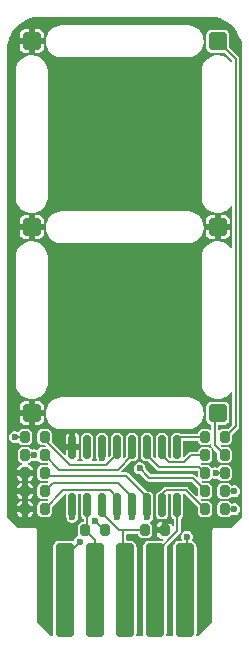
<source format=gbr>
%TF.GenerationSoftware,KiCad,Pcbnew,8.0.6*%
%TF.CreationDate,2025-01-11T11:08:49-05:00*%
%TF.ProjectId,RetroLite,52657472-6f4c-4697-9465-2e6b69636164,rev?*%
%TF.SameCoordinates,Original*%
%TF.FileFunction,Copper,L1,Top*%
%TF.FilePolarity,Positive*%
%FSLAX46Y46*%
G04 Gerber Fmt 4.6, Leading zero omitted, Abs format (unit mm)*
G04 Created by KiCad (PCBNEW 8.0.6) date 2025-01-11 11:08:49*
%MOMM*%
%LPD*%
G01*
G04 APERTURE LIST*
G04 Aperture macros list*
%AMRoundRect*
0 Rectangle with rounded corners*
0 $1 Rounding radius*
0 $2 $3 $4 $5 $6 $7 $8 $9 X,Y pos of 4 corners*
0 Add a 4 corners polygon primitive as box body*
4,1,4,$2,$3,$4,$5,$6,$7,$8,$9,$2,$3,0*
0 Add four circle primitives for the rounded corners*
1,1,$1+$1,$2,$3*
1,1,$1+$1,$4,$5*
1,1,$1+$1,$6,$7*
1,1,$1+$1,$8,$9*
0 Add four rect primitives between the rounded corners*
20,1,$1+$1,$2,$3,$4,$5,0*
20,1,$1+$1,$4,$5,$6,$7,0*
20,1,$1+$1,$6,$7,$8,$9,0*
20,1,$1+$1,$8,$9,$2,$3,0*%
G04 Aperture macros list end*
%TA.AperFunction,SMDPad,CuDef*%
%ADD10RoundRect,0.400000X-0.400000X-3.600000X0.400000X-3.600000X0.400000X3.600000X-0.400000X3.600000X0*%
%TD*%
%TA.AperFunction,SMDPad,CuDef*%
%ADD11RoundRect,0.250000X-0.512000X-0.512000X0.512000X-0.512000X0.512000X0.512000X-0.512000X0.512000X0*%
%TD*%
%TA.AperFunction,SMDPad,CuDef*%
%ADD12RoundRect,0.200000X-0.200000X-0.275000X0.200000X-0.275000X0.200000X0.275000X-0.200000X0.275000X0*%
%TD*%
%TA.AperFunction,SMDPad,CuDef*%
%ADD13RoundRect,0.150000X-0.150000X0.825000X-0.150000X-0.825000X0.150000X-0.825000X0.150000X0.825000X0*%
%TD*%
%TA.AperFunction,SMDPad,CuDef*%
%ADD14RoundRect,0.200000X0.200000X0.275000X-0.200000X0.275000X-0.200000X-0.275000X0.200000X-0.275000X0*%
%TD*%
%TA.AperFunction,ViaPad*%
%ADD15C,0.600000*%
%TD*%
%TA.AperFunction,Conductor*%
%ADD16C,0.200000*%
%TD*%
G04 APERTURE END LIST*
D10*
%TO.P,J1,1,Pin_1*%
%TO.N,MISO*%
X103555800Y-87122000D03*
%TO.P,J1,2,Pin_2*%
%TO.N,~{CLEAR}*%
X106095800Y-87122000D03*
%TO.P,J1,3,Pin_3*%
%TO.N,CLK*%
X108635800Y-87122000D03*
%TO.P,J1,4,Pin_4*%
%TO.N,VCC*%
X111175800Y-87122000D03*
%TO.P,J1,5,Pin_5*%
%TO.N,CHAIN*%
X113715800Y-87122000D03*
%TD*%
D11*
%TO.P,TP4,1,1*%
%TO.N,/C*%
X116509800Y-72136000D03*
%TD*%
D12*
%TO.P,R9,1*%
%TO.N,Net-(U1-QD)*%
X115430800Y-77216000D03*
%TO.P,R9,2*%
%TO.N,/D*%
X117080800Y-77216000D03*
%TD*%
%TO.P,R2,1*%
%TO.N,GND*%
X100190800Y-78740000D03*
%TO.P,R2,2*%
%TO.N,~{OE}*%
X101840800Y-78740000D03*
%TD*%
D11*
%TO.P,TP11,1,1*%
%TO.N,GND*%
X100761800Y-56388000D03*
%TD*%
%TO.P,TP9,1,1*%
%TO.N,GND*%
X100761800Y-72136000D03*
%TD*%
D12*
%TO.P,R6,1*%
%TO.N,Net-(U1-QA)*%
X115430800Y-80264000D03*
%TO.P,R6,2*%
%TO.N,/A*%
X117080800Y-80264000D03*
%TD*%
D13*
%TO.P,U1,1,QB*%
%TO.N,Net-(U1-QB)*%
X113080800Y-74995000D03*
%TO.P,U1,2,QC*%
%TO.N,Net-(U1-QC)*%
X111810800Y-74995000D03*
%TO.P,U1,3,QD*%
%TO.N,Net-(U1-QD)*%
X110540800Y-74995000D03*
%TO.P,U1,4,QE*%
%TO.N,Net-(U1-QE)*%
X109270800Y-74995000D03*
%TO.P,U1,5,QF*%
%TO.N,Net-(U1-QF)*%
X108000800Y-74995000D03*
%TO.P,U1,6,QG*%
%TO.N,Net-(U1-QG)*%
X106730800Y-74995000D03*
%TO.P,U1,7,QH*%
%TO.N,unconnected-(U1-QH-Pad7)*%
X105460800Y-74995000D03*
%TO.P,U1,8,GND*%
%TO.N,GND*%
X104190800Y-74995000D03*
%TO.P,U1,9,QH'*%
%TO.N,CHAIN*%
X104190800Y-79945000D03*
%TO.P,U1,10,~{SRCLR}*%
%TO.N,~{CLEAR}*%
X105460800Y-79945000D03*
%TO.P,U1,11,SRCLK*%
%TO.N,CLK*%
X106730800Y-79945000D03*
%TO.P,U1,12,RCLK*%
%TO.N,LATCH*%
X108000800Y-79945000D03*
%TO.P,U1,13,~{OE}*%
%TO.N,~{OE}*%
X109270800Y-79945000D03*
%TO.P,U1,14,SER*%
%TO.N,MISO*%
X110540800Y-79945000D03*
%TO.P,U1,15,QA*%
%TO.N,Net-(U1-QA)*%
X111810800Y-79945000D03*
%TO.P,U1,16,VCC*%
%TO.N,VCC*%
X113080800Y-79945000D03*
%TD*%
D11*
%TO.P,TP13,1,1*%
%TO.N,GND*%
X100761800Y-40640000D03*
%TD*%
D14*
%TO.P,R11,1*%
%TO.N,Net-(U1-QF)*%
X101840800Y-74168000D03*
%TO.P,R11,2*%
%TO.N,/F*%
X100190800Y-74168000D03*
%TD*%
D11*
%TO.P,TP3,1,1*%
%TO.N,/B*%
X116509800Y-40640000D03*
%TD*%
D14*
%TO.P,R4,1*%
%TO.N,GND*%
X112000800Y-82042000D03*
%TO.P,R4,2*%
%TO.N,CLK*%
X110350800Y-82042000D03*
%TD*%
D12*
%TO.P,R3,1*%
%TO.N,GND*%
X100190800Y-77216000D03*
%TO.P,R3,2*%
%TO.N,MISO*%
X101840800Y-77216000D03*
%TD*%
%TO.P,R1,1*%
%TO.N,GND*%
X100190800Y-80264000D03*
%TO.P,R1,2*%
%TO.N,LATCH*%
X101840800Y-80264000D03*
%TD*%
%TO.P,R12,1*%
%TO.N,Net-(U1-QG)*%
X115430800Y-78740000D03*
%TO.P,R12,2*%
%TO.N,/G*%
X117080800Y-78740000D03*
%TD*%
D11*
%TO.P,TP12,1,1*%
%TO.N,GND*%
X116509800Y-56388000D03*
%TD*%
D12*
%TO.P,R7,1*%
%TO.N,Net-(U1-QB)*%
X115430800Y-74168000D03*
%TO.P,R7,2*%
%TO.N,/B*%
X117080800Y-74168000D03*
%TD*%
%TO.P,R5,1*%
%TO.N,~{CLEAR}*%
X105270800Y-82042000D03*
%TO.P,R5,2*%
%TO.N,VCC*%
X106920800Y-82042000D03*
%TD*%
%TO.P,R8,1*%
%TO.N,Net-(U1-QC)*%
X115430800Y-75692000D03*
%TO.P,R8,2*%
%TO.N,/C*%
X117080800Y-75692000D03*
%TD*%
D14*
%TO.P,R10,1*%
%TO.N,Net-(U1-QE)*%
X101840800Y-75692000D03*
%TO.P,R10,2*%
%TO.N,/E*%
X100190800Y-75692000D03*
%TD*%
D15*
%TO.N,MISO*%
X104825800Y-83007200D03*
X110540800Y-80924400D03*
%TO.N,GND*%
X114223800Y-42926000D03*
X114223800Y-74803000D03*
X114528600Y-80264000D03*
X102031800Y-87122000D03*
X114223800Y-58674000D03*
X115366800Y-39243000D03*
X117068600Y-81381600D03*
X112445800Y-81229200D03*
X115493800Y-87122000D03*
X103047800Y-54102000D03*
X104267000Y-82042000D03*
X114223800Y-69850000D03*
X103047800Y-42926000D03*
X103047800Y-69850000D03*
X103047800Y-58674000D03*
X101904800Y-39243000D03*
X114223800Y-54102000D03*
X109905800Y-83007200D03*
%TO.N,~{OE}*%
X109270800Y-80924400D03*
%TO.N,LATCH*%
X108000800Y-80924400D03*
%TO.N,VCC*%
X106095800Y-81280000D03*
X113080800Y-79270000D03*
%TO.N,Net-(U1-QG)*%
X109905800Y-76809600D03*
X106730800Y-75895200D03*
%TO.N,CHAIN*%
X104190800Y-80924400D03*
X113919000Y-82600800D03*
%TO.N,/A*%
X117906800Y-80264000D03*
%TO.N,/D*%
X116330800Y-77216000D03*
%TO.N,/E*%
X100940800Y-75692000D03*
%TO.N,/F*%
X99339400Y-74168000D03*
%TO.N,/G*%
X117895800Y-78740000D03*
%TD*%
D16*
%TO.N,MISO*%
X108737400Y-77419200D02*
X102044000Y-77419200D01*
X104825800Y-83007200D02*
X103555800Y-84277200D01*
X103555800Y-84277200D02*
X103555800Y-87122000D01*
X110540800Y-80924400D02*
X110540800Y-79222600D01*
X102044000Y-77419200D02*
X101840800Y-77216000D01*
X110540800Y-79222600D02*
X108737400Y-77419200D01*
%TO.N,~{OE}*%
X109270800Y-80924400D02*
X109270800Y-79945000D01*
X109270800Y-79273400D02*
X108026200Y-78028800D01*
X102552000Y-78028800D02*
X101840800Y-78740000D01*
X109270800Y-80924400D02*
X109270800Y-79273400D01*
X108026200Y-78028800D02*
X102552000Y-78028800D01*
%TO.N,LATCH*%
X107346600Y-78670000D02*
X103434800Y-78670000D01*
X108000800Y-79324200D02*
X107346600Y-78670000D01*
X108000800Y-80924400D02*
X108000800Y-79324200D01*
X103434800Y-78670000D02*
X101840800Y-80264000D01*
%TO.N,CLK*%
X108178600Y-82042000D02*
X108482248Y-82042000D01*
X108482248Y-86968448D02*
X108635800Y-87122000D01*
X106730800Y-80594200D02*
X108178600Y-82042000D01*
X106730800Y-79945000D02*
X106730800Y-80594200D01*
X108482248Y-82042000D02*
X110350800Y-82042000D01*
X108482248Y-82042000D02*
X108482248Y-86968448D01*
%TO.N,~{CLEAR}*%
X105460800Y-79945000D02*
X105460800Y-81852000D01*
X106095800Y-82867000D02*
X106095800Y-87122000D01*
X105270800Y-82042000D02*
X106095800Y-82867000D01*
X105460800Y-81852000D02*
X105270800Y-82042000D01*
%TO.N,VCC*%
X113080800Y-82149648D02*
X111175800Y-84054648D01*
X106857800Y-82042000D02*
X106095800Y-81280000D01*
X111175800Y-84054648D02*
X111175800Y-87122000D01*
X113080800Y-79270000D02*
X113080800Y-82149648D01*
X106920800Y-82042000D02*
X106857800Y-82042000D01*
%TO.N,Net-(U1-QA)*%
X111810800Y-78970001D02*
X112110801Y-78670000D01*
X112110801Y-78670000D02*
X113836800Y-78670000D01*
X113836800Y-78670000D02*
X115430800Y-80264000D01*
X111810800Y-79945000D02*
X111810800Y-78970001D01*
%TO.N,Net-(U1-QB)*%
X113207800Y-74168000D02*
X113080800Y-74295000D01*
X115430800Y-74168000D02*
X113207800Y-74168000D01*
X113080800Y-74295000D02*
X113080800Y-74995000D01*
%TO.N,Net-(U1-QC)*%
X111810800Y-75692000D02*
X112388800Y-76270000D01*
X111810800Y-74995000D02*
X111810800Y-75692000D01*
X113645800Y-76270000D02*
X114223800Y-75692000D01*
X112388800Y-76270000D02*
X113645800Y-76270000D01*
X114223800Y-75692000D02*
X115430800Y-75692000D01*
%TO.N,Net-(U1-QD)*%
X115430800Y-77216000D02*
X114922800Y-76708000D01*
X110540800Y-75692000D02*
X110540800Y-74995000D01*
X114922800Y-76708000D02*
X111556800Y-76708000D01*
X111556800Y-76708000D02*
X110540800Y-75692000D01*
%TO.N,Net-(U1-QE)*%
X108032600Y-76904800D02*
X103053600Y-76904800D01*
X103053600Y-76904800D02*
X101840800Y-75692000D01*
X109270800Y-74995000D02*
X109270800Y-75666600D01*
X109270800Y-75666600D02*
X108032600Y-76904800D01*
%TO.N,Net-(U1-QF)*%
X101840800Y-74168000D02*
X101840800Y-74383400D01*
X107061000Y-76504800D02*
X108000800Y-75565000D01*
X108000800Y-75565000D02*
X108000800Y-74995000D01*
X101840800Y-74383400D02*
X103962200Y-76504800D01*
X103962200Y-76504800D02*
X107061000Y-76504800D01*
%TO.N,Net-(U1-QG)*%
X115430800Y-78677000D02*
X115430800Y-78740000D01*
X110718600Y-77622400D02*
X114376200Y-77622400D01*
X114376200Y-77622400D02*
X115430800Y-78677000D01*
X109905800Y-76809600D02*
X110718600Y-77622400D01*
%TO.N,CHAIN*%
X113919000Y-86918800D02*
X113715800Y-87122000D01*
X113919000Y-82600800D02*
X113919000Y-86918800D01*
%TO.N,/A*%
X117080800Y-80264000D02*
X117906800Y-80264000D01*
%TO.N,/B*%
X118033800Y-42164000D02*
X116509800Y-40640000D01*
X116509800Y-40640000D02*
X116528704Y-40640000D01*
X117080800Y-74168000D02*
X118033800Y-73215000D01*
X118033800Y-73215000D02*
X118033800Y-42164000D01*
%TO.N,/C*%
X116255800Y-74867000D02*
X117080800Y-75692000D01*
X116509800Y-72390000D02*
X116255800Y-72644000D01*
X116509800Y-72136000D02*
X116509800Y-72390000D01*
X116509800Y-72136000D02*
X116255800Y-72390000D01*
X116255800Y-72390000D02*
X116255800Y-74867000D01*
%TO.N,/D*%
X117080800Y-77216000D02*
X116330800Y-77216000D01*
%TO.N,/E*%
X100940800Y-75692000D02*
X100190800Y-75692000D01*
%TO.N,/F*%
X99339400Y-74168000D02*
X100190800Y-74168000D01*
%TO.N,/G*%
X117080800Y-78740000D02*
X117895800Y-78740000D01*
%TD*%
%TA.AperFunction,Conductor*%
%TO.N,GND*%
G36*
X115749865Y-38554615D02*
G01*
X116062482Y-38572171D01*
X116070717Y-38573100D01*
X116377326Y-38625196D01*
X116385417Y-38627042D01*
X116684287Y-38713144D01*
X116692100Y-38715878D01*
X116938298Y-38817857D01*
X116979450Y-38834903D01*
X116986913Y-38838497D01*
X117259132Y-38988947D01*
X117266141Y-38993351D01*
X117519802Y-39173333D01*
X117526279Y-39178498D01*
X117758193Y-39385748D01*
X117764051Y-39391606D01*
X117971299Y-39623518D01*
X117976466Y-39629997D01*
X118156448Y-39883658D01*
X118160855Y-39890672D01*
X118265588Y-40080171D01*
X118311296Y-40162873D01*
X118314896Y-40170349D01*
X118433917Y-40457689D01*
X118436658Y-40465522D01*
X118522757Y-40764383D01*
X118524603Y-40772473D01*
X118576698Y-41079076D01*
X118577628Y-41087323D01*
X118595184Y-41399934D01*
X118595300Y-41404083D01*
X118595300Y-80912298D01*
X118573626Y-80964624D01*
X117718424Y-81819826D01*
X117666098Y-81841500D01*
X116215918Y-81841500D01*
X116142228Y-81872022D01*
X116085822Y-81928428D01*
X116055300Y-82002116D01*
X116055300Y-89802298D01*
X116033626Y-89854624D01*
X114924424Y-90963826D01*
X114872098Y-90985500D01*
X114767380Y-90985500D01*
X114715054Y-90963826D01*
X114693380Y-90911500D01*
X114699012Y-90883183D01*
X114700844Y-90878762D01*
X114716300Y-90761361D01*
X114716299Y-83482640D01*
X114700844Y-83365238D01*
X114640336Y-83219159D01*
X114544082Y-83093718D01*
X114544079Y-83093715D01*
X114418641Y-82997464D01*
X114379218Y-82981134D01*
X114339170Y-82941085D01*
X114339170Y-82884448D01*
X114343211Y-82876724D01*
X114344374Y-82874175D01*
X114344377Y-82874173D01*
X114404165Y-82743257D01*
X114424647Y-82600800D01*
X114404165Y-82458343D01*
X114344377Y-82327427D01*
X114270788Y-82242500D01*
X114250131Y-82218660D01*
X114250129Y-82218659D01*
X114250128Y-82218657D01*
X114193182Y-82182060D01*
X114129054Y-82140847D01*
X114129050Y-82140846D01*
X113990964Y-82100300D01*
X113990961Y-82100300D01*
X113847039Y-82100300D01*
X113847036Y-82100300D01*
X113708949Y-82140846D01*
X113708945Y-82140847D01*
X113587875Y-82218655D01*
X113587868Y-82218660D01*
X113490158Y-82331426D01*
X113488927Y-82330359D01*
X113486982Y-82331709D01*
X113485933Y-82344265D01*
X113455581Y-82410726D01*
X113433834Y-82458345D01*
X113413353Y-82600800D01*
X113433834Y-82743254D01*
X113433834Y-82743255D01*
X113433835Y-82743257D01*
X113437376Y-82751011D01*
X113467403Y-82816759D01*
X113469424Y-82873360D01*
X113430831Y-82914813D01*
X113400091Y-82921500D01*
X113276440Y-82921500D01*
X113159040Y-82936955D01*
X113159036Y-82936956D01*
X113012959Y-82997463D01*
X112887520Y-83093715D01*
X112887515Y-83093720D01*
X112791264Y-83219158D01*
X112730755Y-83365238D01*
X112718617Y-83457445D01*
X112715710Y-83479529D01*
X112715300Y-83482640D01*
X112715300Y-90761359D01*
X112730755Y-90878759D01*
X112730755Y-90878760D01*
X112730756Y-90878762D01*
X112732587Y-90883182D01*
X112732587Y-90939818D01*
X112692539Y-90979867D01*
X112664220Y-90985500D01*
X112227380Y-90985500D01*
X112175054Y-90963826D01*
X112153380Y-90911500D01*
X112159012Y-90883183D01*
X112160844Y-90878762D01*
X112176300Y-90761361D01*
X112176299Y-83509770D01*
X112197973Y-83457445D01*
X112744554Y-82910864D01*
X113321260Y-82334159D01*
X113351108Y-82282460D01*
X113351109Y-82282460D01*
X113351110Y-82282455D01*
X113354539Y-82276516D01*
X113360168Y-82272198D01*
X113360277Y-82267666D01*
X113381300Y-82189211D01*
X113381300Y-81132759D01*
X113402974Y-81080433D01*
X113422797Y-81066279D01*
X113437283Y-81059198D01*
X113519998Y-80976483D01*
X113571373Y-80871393D01*
X113581300Y-80803260D01*
X113581300Y-79311091D01*
X113582053Y-79300560D01*
X113586447Y-79270000D01*
X113582206Y-79240500D01*
X113582053Y-79239437D01*
X113581300Y-79228907D01*
X113581300Y-79086746D01*
X113581300Y-79086740D01*
X113576700Y-79055168D01*
X113590604Y-79000265D01*
X113639258Y-78971273D01*
X113649927Y-78970500D01*
X113681677Y-78970500D01*
X113734003Y-78992174D01*
X114808626Y-80066797D01*
X114830300Y-80119123D01*
X114830300Y-80570519D01*
X114845153Y-80664304D01*
X114845154Y-80664306D01*
X114892806Y-80757826D01*
X114902750Y-80777342D01*
X114992458Y-80867050D01*
X115105496Y-80924646D01*
X115199281Y-80939500D01*
X115662318Y-80939499D01*
X115662319Y-80939499D01*
X115756104Y-80924646D01*
X115756106Y-80924645D01*
X115780338Y-80912298D01*
X115869142Y-80867050D01*
X115958850Y-80777342D01*
X116016446Y-80664304D01*
X116031300Y-80570519D01*
X116031299Y-79957482D01*
X116031299Y-79957480D01*
X116480300Y-79957480D01*
X116480300Y-80570519D01*
X116495153Y-80664304D01*
X116495154Y-80664306D01*
X116542806Y-80757826D01*
X116552750Y-80777342D01*
X116642458Y-80867050D01*
X116755496Y-80924646D01*
X116849281Y-80939500D01*
X117312318Y-80939499D01*
X117312319Y-80939499D01*
X117406104Y-80924646D01*
X117406106Y-80924645D01*
X117430338Y-80912298D01*
X117519142Y-80867050D01*
X117608850Y-80777342D01*
X117616078Y-80763156D01*
X117659144Y-80726372D01*
X117702860Y-80725748D01*
X117763894Y-80743668D01*
X117834837Y-80764500D01*
X117834839Y-80764500D01*
X117978763Y-80764500D01*
X117978764Y-80764499D01*
X117983338Y-80763156D01*
X118116853Y-80723953D01*
X118237928Y-80646143D01*
X118332177Y-80537373D01*
X118391965Y-80406457D01*
X118412447Y-80264000D01*
X118391965Y-80121543D01*
X118332177Y-79990627D01*
X118257459Y-79904397D01*
X118237931Y-79881860D01*
X118237929Y-79881859D01*
X118237928Y-79881857D01*
X118162574Y-79833430D01*
X118116854Y-79804047D01*
X118116850Y-79804046D01*
X117978764Y-79763500D01*
X117978761Y-79763500D01*
X117834839Y-79763500D01*
X117834838Y-79763500D01*
X117702859Y-79802251D01*
X117646547Y-79796196D01*
X117616077Y-79764842D01*
X117608850Y-79750658D01*
X117519143Y-79660951D01*
X117519142Y-79660950D01*
X117406104Y-79603354D01*
X117406102Y-79603353D01*
X117406101Y-79603353D01*
X117312319Y-79588500D01*
X116849280Y-79588500D01*
X116755495Y-79603353D01*
X116755493Y-79603354D01*
X116642457Y-79660950D01*
X116552751Y-79750656D01*
X116495153Y-79863698D01*
X116480300Y-79957480D01*
X116031299Y-79957480D01*
X116022890Y-79904388D01*
X116016446Y-79863695D01*
X116016445Y-79863693D01*
X115958849Y-79750657D01*
X115869143Y-79660951D01*
X115869142Y-79660950D01*
X115756104Y-79603354D01*
X115756102Y-79603353D01*
X115756101Y-79603353D01*
X115662320Y-79588500D01*
X115210923Y-79588500D01*
X115158597Y-79566826D01*
X115132179Y-79540408D01*
X115110505Y-79488082D01*
X115132179Y-79435756D01*
X115184505Y-79414082D01*
X115196085Y-79414994D01*
X115196946Y-79415130D01*
X115199281Y-79415500D01*
X115662318Y-79415499D01*
X115662319Y-79415499D01*
X115756104Y-79400646D01*
X115756106Y-79400645D01*
X115758219Y-79399568D01*
X115869142Y-79343050D01*
X115958850Y-79253342D01*
X116016446Y-79140304D01*
X116031300Y-79046519D01*
X116031299Y-78433482D01*
X116031299Y-78433480D01*
X116480300Y-78433480D01*
X116480300Y-79046519D01*
X116495153Y-79140304D01*
X116495154Y-79140306D01*
X116542997Y-79234201D01*
X116552750Y-79253342D01*
X116642458Y-79343050D01*
X116755496Y-79400646D01*
X116849281Y-79415500D01*
X117312318Y-79415499D01*
X117312319Y-79415499D01*
X117406104Y-79400646D01*
X117406106Y-79400645D01*
X117408219Y-79399568D01*
X117519142Y-79343050D01*
X117608850Y-79253342D01*
X117614646Y-79241966D01*
X117657709Y-79205182D01*
X117701427Y-79204557D01*
X117775208Y-79226220D01*
X117823837Y-79240500D01*
X117823839Y-79240500D01*
X117967763Y-79240500D01*
X117967764Y-79240499D01*
X117971381Y-79239437D01*
X118105853Y-79199953D01*
X118226928Y-79122143D01*
X118321177Y-79013373D01*
X118380965Y-78882457D01*
X118401447Y-78740000D01*
X118380965Y-78597543D01*
X118321177Y-78466627D01*
X118246459Y-78380397D01*
X118226931Y-78357860D01*
X118226929Y-78357859D01*
X118226928Y-78357857D01*
X118143288Y-78304105D01*
X118105854Y-78280047D01*
X118105850Y-78280046D01*
X117967764Y-78239500D01*
X117967761Y-78239500D01*
X117823839Y-78239500D01*
X117701429Y-78275442D01*
X117645116Y-78269387D01*
X117614646Y-78238033D01*
X117608850Y-78226658D01*
X117519143Y-78136951D01*
X117519142Y-78136950D01*
X117406104Y-78079354D01*
X117406102Y-78079353D01*
X117406101Y-78079353D01*
X117312319Y-78064500D01*
X116849280Y-78064500D01*
X116755495Y-78079353D01*
X116755493Y-78079354D01*
X116642457Y-78136950D01*
X116552751Y-78226656D01*
X116495153Y-78339698D01*
X116480300Y-78433480D01*
X116031299Y-78433480D01*
X116024409Y-78389979D01*
X116016446Y-78339695D01*
X116016445Y-78339693D01*
X115965393Y-78239500D01*
X115958850Y-78226658D01*
X115869142Y-78136950D01*
X115756104Y-78079354D01*
X115756102Y-78079353D01*
X115756101Y-78079353D01*
X115662320Y-78064500D01*
X115662319Y-78064500D01*
X115273923Y-78064500D01*
X115221597Y-78042826D01*
X115196596Y-78017825D01*
X115174922Y-77965499D01*
X115196596Y-77913173D01*
X115248919Y-77891499D01*
X115662318Y-77891499D01*
X115662319Y-77891499D01*
X115756104Y-77876646D01*
X115756106Y-77876645D01*
X115758219Y-77875568D01*
X115869142Y-77819050D01*
X115958850Y-77729342D01*
X115982146Y-77683619D01*
X116025212Y-77646838D01*
X116081675Y-77651281D01*
X116088086Y-77654962D01*
X116120747Y-77675953D01*
X116213577Y-77703210D01*
X116258835Y-77716499D01*
X116258837Y-77716500D01*
X116258839Y-77716500D01*
X116402762Y-77716500D01*
X116416183Y-77712558D01*
X116468635Y-77697157D01*
X116524946Y-77703210D01*
X116549350Y-77724663D01*
X116552748Y-77729340D01*
X116552750Y-77729342D01*
X116642458Y-77819050D01*
X116755496Y-77876646D01*
X116849281Y-77891500D01*
X117312318Y-77891499D01*
X117312319Y-77891499D01*
X117406104Y-77876646D01*
X117406106Y-77876645D01*
X117408219Y-77875568D01*
X117519142Y-77819050D01*
X117608850Y-77729342D01*
X117666446Y-77616304D01*
X117681300Y-77522519D01*
X117681299Y-76909482D01*
X117678611Y-76892511D01*
X117666446Y-76815695D01*
X117666445Y-76815693D01*
X117632146Y-76748378D01*
X117608850Y-76702658D01*
X117519142Y-76612950D01*
X117406104Y-76555354D01*
X117406102Y-76555353D01*
X117406101Y-76555353D01*
X117312319Y-76540500D01*
X116849280Y-76540500D01*
X116755495Y-76555353D01*
X116755493Y-76555354D01*
X116642457Y-76612950D01*
X116552749Y-76702658D01*
X116549350Y-76707337D01*
X116501058Y-76736928D01*
X116468636Y-76734842D01*
X116402761Y-76715500D01*
X116258839Y-76715500D01*
X116258836Y-76715500D01*
X116120749Y-76756046D01*
X116120746Y-76756047D01*
X116088086Y-76777036D01*
X116032348Y-76787090D01*
X115985826Y-76754788D01*
X115982146Y-76748378D01*
X115958849Y-76702657D01*
X115869143Y-76612951D01*
X115869142Y-76612950D01*
X115756104Y-76555354D01*
X115756102Y-76555353D01*
X115756101Y-76555353D01*
X115662320Y-76540500D01*
X115210923Y-76540500D01*
X115158597Y-76518826D01*
X115132179Y-76492408D01*
X115110505Y-76440082D01*
X115132179Y-76387756D01*
X115184505Y-76366082D01*
X115196085Y-76366994D01*
X115196946Y-76367130D01*
X115199281Y-76367500D01*
X115662318Y-76367499D01*
X115662319Y-76367499D01*
X115756104Y-76352646D01*
X115756106Y-76352645D01*
X115761992Y-76349646D01*
X115869142Y-76295050D01*
X115958850Y-76205342D01*
X116016446Y-76092304D01*
X116031300Y-75998519D01*
X116031299Y-75385482D01*
X116016446Y-75291696D01*
X116016446Y-75291695D01*
X116016445Y-75291694D01*
X115980193Y-75220546D01*
X115975749Y-75164083D01*
X116012531Y-75121016D01*
X116068994Y-75116572D01*
X116098453Y-75134624D01*
X116458626Y-75494797D01*
X116480300Y-75547123D01*
X116480300Y-75998519D01*
X116495153Y-76092304D01*
X116495154Y-76092306D01*
X116546206Y-76192499D01*
X116552750Y-76205342D01*
X116642458Y-76295050D01*
X116755496Y-76352646D01*
X116849281Y-76367500D01*
X117312318Y-76367499D01*
X117312319Y-76367499D01*
X117406104Y-76352646D01*
X117406106Y-76352645D01*
X117411992Y-76349646D01*
X117519142Y-76295050D01*
X117608850Y-76205342D01*
X117666446Y-76092304D01*
X117681300Y-75998519D01*
X117681299Y-75385482D01*
X117666446Y-75291696D01*
X117666446Y-75291695D01*
X117666445Y-75291693D01*
X117630193Y-75220546D01*
X117608850Y-75178658D01*
X117519142Y-75088950D01*
X117406104Y-75031354D01*
X117406102Y-75031353D01*
X117406101Y-75031353D01*
X117312320Y-75016500D01*
X116860923Y-75016500D01*
X116808597Y-74994826D01*
X116782179Y-74968408D01*
X116760505Y-74916082D01*
X116782179Y-74863756D01*
X116834505Y-74842082D01*
X116846085Y-74842994D01*
X116846946Y-74843130D01*
X116849281Y-74843500D01*
X117312318Y-74843499D01*
X117312319Y-74843499D01*
X117406104Y-74828646D01*
X117406106Y-74828645D01*
X117408219Y-74827568D01*
X117519142Y-74771050D01*
X117608850Y-74681342D01*
X117666446Y-74568304D01*
X117681300Y-74474519D01*
X117681299Y-74023121D01*
X117702972Y-73970797D01*
X118274260Y-73399511D01*
X118313822Y-73330988D01*
X118334300Y-73254562D01*
X118334300Y-73175438D01*
X118334300Y-42124438D01*
X118334300Y-42124436D01*
X118334299Y-42124435D01*
X118332080Y-42116155D01*
X118313821Y-42048011D01*
X118274260Y-41979489D01*
X118218311Y-41923540D01*
X117493974Y-41199203D01*
X117472300Y-41146877D01*
X117472300Y-40073740D01*
X117472300Y-40073734D01*
X117469446Y-40043301D01*
X117424593Y-39915118D01*
X117403870Y-39887039D01*
X117343953Y-39805853D01*
X117343946Y-39805846D01*
X117234683Y-39725207D01*
X117234681Y-39725206D01*
X117106504Y-39680355D01*
X117106505Y-39680355D01*
X117106500Y-39680354D01*
X117106499Y-39680354D01*
X117076066Y-39677500D01*
X115943534Y-39677500D01*
X115913101Y-39680354D01*
X115913099Y-39680354D01*
X115913095Y-39680355D01*
X115784918Y-39725206D01*
X115784916Y-39725207D01*
X115675653Y-39805846D01*
X115675646Y-39805853D01*
X115595007Y-39915116D01*
X115595006Y-39915118D01*
X115550155Y-40043295D01*
X115550154Y-40043299D01*
X115550154Y-40043301D01*
X115547300Y-40073734D01*
X115547300Y-41206266D01*
X115550154Y-41236699D01*
X115550154Y-41236701D01*
X115550155Y-41236704D01*
X115595006Y-41364881D01*
X115595007Y-41364883D01*
X115675646Y-41474146D01*
X115675653Y-41474153D01*
X115784916Y-41554792D01*
X115784918Y-41554793D01*
X115913095Y-41599644D01*
X115913101Y-41599646D01*
X115943534Y-41602500D01*
X117016677Y-41602500D01*
X117069003Y-41624174D01*
X117711626Y-42266797D01*
X117733300Y-42319123D01*
X117733300Y-42349045D01*
X117711626Y-42401371D01*
X117659300Y-42423045D01*
X117606974Y-42401371D01*
X117600904Y-42394497D01*
X117501634Y-42266954D01*
X117419727Y-42191554D01*
X117337823Y-42116156D01*
X117151427Y-41994377D01*
X117126628Y-41983499D01*
X116947535Y-41904941D01*
X116947531Y-41904940D01*
X116947529Y-41904939D01*
X116801003Y-41867833D01*
X116731684Y-41850279D01*
X116509803Y-41831895D01*
X116509797Y-41831895D01*
X116287915Y-41850279D01*
X116141383Y-41887386D01*
X116072071Y-41904939D01*
X116072069Y-41904939D01*
X116072064Y-41904941D01*
X115868172Y-41994377D01*
X115681788Y-42116148D01*
X115681778Y-42116155D01*
X115517966Y-42266954D01*
X115381215Y-42442653D01*
X115381213Y-42442654D01*
X115381213Y-42442656D01*
X115381211Y-42442659D01*
X115381209Y-42442663D01*
X115275241Y-42638472D01*
X115202947Y-42849060D01*
X115180055Y-42986242D01*
X115166300Y-43068673D01*
X115166300Y-43140117D01*
X115166300Y-53808119D01*
X115166300Y-53848001D01*
X115166300Y-53959327D01*
X115184640Y-54069233D01*
X115202947Y-54178939D01*
X115275241Y-54389527D01*
X115336923Y-54503505D01*
X115381213Y-54585344D01*
X115417263Y-54631661D01*
X115454072Y-54678954D01*
X115517968Y-54761047D01*
X115681777Y-54911844D01*
X115868173Y-55033623D01*
X116072071Y-55123061D01*
X116287909Y-55177719D01*
X116287912Y-55177719D01*
X116287915Y-55177720D01*
X116509797Y-55196105D01*
X116509800Y-55196105D01*
X116509803Y-55196105D01*
X116731684Y-55177720D01*
X116731686Y-55177719D01*
X116731691Y-55177719D01*
X116947529Y-55123061D01*
X117151427Y-55033623D01*
X117337823Y-54911844D01*
X117501632Y-54761047D01*
X117600903Y-54633502D01*
X117650146Y-54605522D01*
X117704751Y-54620557D01*
X117732732Y-54669800D01*
X117733300Y-54678954D01*
X117733300Y-58097044D01*
X117711626Y-58149370D01*
X117659300Y-58171044D01*
X117606974Y-58149370D01*
X117600904Y-58142496D01*
X117501634Y-58014953D01*
X117419727Y-57939553D01*
X117337823Y-57864155D01*
X117151427Y-57742376D01*
X117126628Y-57731498D01*
X116947535Y-57652940D01*
X116947531Y-57652939D01*
X116947529Y-57652938D01*
X116801003Y-57615832D01*
X116731684Y-57598278D01*
X116509803Y-57579894D01*
X116509797Y-57579894D01*
X116287915Y-57598278D01*
X116141383Y-57635385D01*
X116072071Y-57652938D01*
X116072069Y-57652938D01*
X116072064Y-57652940D01*
X115868172Y-57742376D01*
X115681788Y-57864147D01*
X115681778Y-57864154D01*
X115517966Y-58014953D01*
X115381215Y-58190652D01*
X115381213Y-58190653D01*
X115381213Y-58190655D01*
X115381211Y-58190658D01*
X115381209Y-58190662D01*
X115275241Y-58386471D01*
X115202947Y-58597059D01*
X115180055Y-58734241D01*
X115166300Y-58816672D01*
X115166300Y-58888116D01*
X115166300Y-69556118D01*
X115166300Y-69596000D01*
X115166300Y-69707326D01*
X115184640Y-69817232D01*
X115202947Y-69926938D01*
X115275241Y-70137526D01*
X115336923Y-70251504D01*
X115381213Y-70333343D01*
X115417263Y-70379660D01*
X115454072Y-70426953D01*
X115517968Y-70509046D01*
X115681777Y-70659843D01*
X115868173Y-70781622D01*
X116072071Y-70871060D01*
X116287909Y-70925718D01*
X116287912Y-70925718D01*
X116287915Y-70925719D01*
X116509797Y-70944104D01*
X116509800Y-70944104D01*
X116509803Y-70944104D01*
X116731684Y-70925719D01*
X116731686Y-70925718D01*
X116731691Y-70925718D01*
X116947529Y-70871060D01*
X117151427Y-70781622D01*
X117337823Y-70659843D01*
X117501632Y-70509046D01*
X117600903Y-70381501D01*
X117650146Y-70353521D01*
X117704751Y-70368556D01*
X117732732Y-70417799D01*
X117733300Y-70426953D01*
X117733300Y-73059876D01*
X117711626Y-73112202D01*
X117353002Y-73470826D01*
X117300676Y-73492500D01*
X116849280Y-73492500D01*
X116755495Y-73507353D01*
X116755491Y-73507355D01*
X116663895Y-73554026D01*
X116607433Y-73558470D01*
X116564366Y-73521687D01*
X116556300Y-73488092D01*
X116556300Y-73172500D01*
X116577974Y-73120174D01*
X116630300Y-73098500D01*
X117076058Y-73098500D01*
X117076066Y-73098500D01*
X117106499Y-73095646D01*
X117234682Y-73050793D01*
X117343950Y-72970150D01*
X117424593Y-72860882D01*
X117469446Y-72732699D01*
X117472300Y-72702266D01*
X117472300Y-71569734D01*
X117469446Y-71539301D01*
X117424593Y-71411118D01*
X117424592Y-71411116D01*
X117343953Y-71301853D01*
X117343946Y-71301846D01*
X117234683Y-71221207D01*
X117234681Y-71221206D01*
X117106504Y-71176355D01*
X117106505Y-71176355D01*
X117106500Y-71176354D01*
X117106499Y-71176354D01*
X117076066Y-71173500D01*
X115943534Y-71173500D01*
X115913101Y-71176354D01*
X115913099Y-71176354D01*
X115913095Y-71176355D01*
X115784918Y-71221206D01*
X115784916Y-71221207D01*
X115675653Y-71301846D01*
X115675646Y-71301853D01*
X115595007Y-71411116D01*
X115595006Y-71411118D01*
X115550155Y-71539295D01*
X115550154Y-71539299D01*
X115550154Y-71539301D01*
X115547300Y-71569734D01*
X115547300Y-72702266D01*
X115550154Y-72732699D01*
X115550154Y-72732701D01*
X115550155Y-72732704D01*
X115595006Y-72860881D01*
X115595007Y-72860883D01*
X115675646Y-72970146D01*
X115675653Y-72970153D01*
X115784916Y-73050792D01*
X115784918Y-73050793D01*
X115905741Y-73093071D01*
X115947972Y-73130810D01*
X115955300Y-73162918D01*
X115955300Y-73488092D01*
X115933626Y-73540418D01*
X115881300Y-73562092D01*
X115847705Y-73554027D01*
X115818036Y-73538910D01*
X115756104Y-73507354D01*
X115756102Y-73507353D01*
X115756101Y-73507353D01*
X115662319Y-73492500D01*
X115199280Y-73492500D01*
X115105495Y-73507353D01*
X115105493Y-73507354D01*
X114992457Y-73564950D01*
X114902751Y-73654656D01*
X114845153Y-73767698D01*
X114839234Y-73805075D01*
X114809642Y-73853367D01*
X114766145Y-73867500D01*
X113427193Y-73867500D01*
X113394693Y-73859981D01*
X113332194Y-73829427D01*
X113264064Y-73819500D01*
X113264060Y-73819500D01*
X112897540Y-73819500D01*
X112897535Y-73819500D01*
X112829406Y-73829427D01*
X112829405Y-73829427D01*
X112724317Y-73880801D01*
X112641601Y-73963517D01*
X112590227Y-74068605D01*
X112590227Y-74068606D01*
X112580300Y-74136735D01*
X112580300Y-75855938D01*
X112579182Y-75855938D01*
X112562412Y-75906447D01*
X112511784Y-75931836D01*
X112458032Y-75913989D01*
X112454125Y-75910354D01*
X112332974Y-75789203D01*
X112311300Y-75736877D01*
X112311300Y-74136746D01*
X112311300Y-74136740D01*
X112301373Y-74068607D01*
X112249998Y-73963517D01*
X112167283Y-73880802D01*
X112167282Y-73880801D01*
X112062194Y-73829427D01*
X111994064Y-73819500D01*
X111994060Y-73819500D01*
X111627540Y-73819500D01*
X111627535Y-73819500D01*
X111559406Y-73829427D01*
X111559405Y-73829427D01*
X111454317Y-73880801D01*
X111371601Y-73963517D01*
X111320227Y-74068605D01*
X111320227Y-74068606D01*
X111310300Y-74136735D01*
X111310300Y-75855938D01*
X111309182Y-75855938D01*
X111292412Y-75906447D01*
X111241784Y-75931836D01*
X111188032Y-75913989D01*
X111184125Y-75910354D01*
X111062974Y-75789203D01*
X111041300Y-75736877D01*
X111041300Y-74136746D01*
X111041300Y-74136740D01*
X111031373Y-74068607D01*
X110979998Y-73963517D01*
X110897283Y-73880802D01*
X110897282Y-73880801D01*
X110792194Y-73829427D01*
X110724064Y-73819500D01*
X110724060Y-73819500D01*
X110357540Y-73819500D01*
X110357535Y-73819500D01*
X110289406Y-73829427D01*
X110289405Y-73829427D01*
X110184317Y-73880801D01*
X110101601Y-73963517D01*
X110050227Y-74068605D01*
X110050227Y-74068606D01*
X110040300Y-74136735D01*
X110040300Y-75853264D01*
X110050227Y-75921393D01*
X110050227Y-75921394D01*
X110101601Y-76026482D01*
X110101602Y-76026483D01*
X110184317Y-76109198D01*
X110289407Y-76160573D01*
X110357540Y-76170500D01*
X110563677Y-76170500D01*
X110616003Y-76192174D01*
X111316340Y-76892511D01*
X111372289Y-76948460D01*
X111440811Y-76988021D01*
X111440812Y-76988021D01*
X111440814Y-76988022D01*
X111457056Y-76992374D01*
X111517235Y-77008499D01*
X111517236Y-77008500D01*
X111517238Y-77008500D01*
X111596362Y-77008500D01*
X114756300Y-77008500D01*
X114808626Y-77030174D01*
X114830300Y-77082500D01*
X114830300Y-77472877D01*
X114808626Y-77525203D01*
X114756300Y-77546877D01*
X114703974Y-77525203D01*
X114560710Y-77381939D01*
X114556718Y-77379634D01*
X114556718Y-77379633D01*
X114492194Y-77342381D01*
X114492185Y-77342377D01*
X114415764Y-77321900D01*
X114415762Y-77321900D01*
X110873723Y-77321900D01*
X110821397Y-77300226D01*
X110427497Y-76906326D01*
X110405823Y-76854000D01*
X110406577Y-76843466D01*
X110411447Y-76809602D01*
X110411447Y-76809601D01*
X110411447Y-76809600D01*
X110390965Y-76667143D01*
X110331177Y-76536227D01*
X110293208Y-76492408D01*
X110236931Y-76427460D01*
X110236929Y-76427459D01*
X110236928Y-76427457D01*
X110143633Y-76367500D01*
X110115854Y-76349647D01*
X110115850Y-76349646D01*
X109977764Y-76309100D01*
X109977761Y-76309100D01*
X109833839Y-76309100D01*
X109833836Y-76309100D01*
X109695749Y-76349646D01*
X109695745Y-76349647D01*
X109574675Y-76427455D01*
X109574668Y-76427460D01*
X109480423Y-76536226D01*
X109420634Y-76667145D01*
X109400153Y-76809600D01*
X109420634Y-76952054D01*
X109420634Y-76952055D01*
X109420635Y-76952057D01*
X109446412Y-77008500D01*
X109480423Y-77082973D01*
X109574668Y-77191739D01*
X109574669Y-77191740D01*
X109574672Y-77191743D01*
X109695747Y-77269553D01*
X109800211Y-77300226D01*
X109833835Y-77310099D01*
X109833837Y-77310100D01*
X109950677Y-77310100D01*
X110003003Y-77331774D01*
X110534089Y-77862860D01*
X110602612Y-77902422D01*
X110679038Y-77922900D01*
X110758162Y-77922900D01*
X114221077Y-77922900D01*
X114273403Y-77944574D01*
X114808626Y-78479797D01*
X114830300Y-78532123D01*
X114830300Y-79046518D01*
X114830809Y-79049729D01*
X114817579Y-79104799D01*
X114769284Y-79134386D01*
X114714214Y-79121156D01*
X114705392Y-79113621D01*
X114021311Y-78429540D01*
X113952790Y-78389979D01*
X113952785Y-78389977D01*
X113876364Y-78369500D01*
X113876362Y-78369500D01*
X112071239Y-78369500D01*
X112071237Y-78369500D01*
X111994815Y-78389977D01*
X111994810Y-78389979D01*
X111926289Y-78429540D01*
X111626289Y-78729541D01*
X111626288Y-78729542D01*
X111596661Y-78759168D01*
X111564196Y-78775466D01*
X111564896Y-78777731D01*
X111559404Y-78779427D01*
X111454317Y-78830801D01*
X111371601Y-78913517D01*
X111320227Y-79018605D01*
X111320227Y-79018606D01*
X111310300Y-79086735D01*
X111310300Y-80803264D01*
X111320227Y-80871393D01*
X111320227Y-80871394D01*
X111371601Y-80976482D01*
X111371602Y-80976483D01*
X111454317Y-81059198D01*
X111559407Y-81110573D01*
X111627540Y-81120500D01*
X111627546Y-81120500D01*
X111994054Y-81120500D01*
X111994060Y-81120500D01*
X112062193Y-81110573D01*
X112167283Y-81059198D01*
X112249998Y-80976483D01*
X112301373Y-80871393D01*
X112311300Y-80803260D01*
X112311300Y-79086740D01*
X112306700Y-79055168D01*
X112320604Y-79000265D01*
X112369258Y-78971273D01*
X112379927Y-78970500D01*
X112511673Y-78970500D01*
X112563999Y-78992174D01*
X112585673Y-79044500D01*
X112584900Y-79055169D01*
X112580300Y-79086735D01*
X112580300Y-79228907D01*
X112579547Y-79239437D01*
X112577548Y-79253342D01*
X112575153Y-79270000D01*
X112579547Y-79300560D01*
X112580300Y-79311091D01*
X112580300Y-80803264D01*
X112590227Y-80871393D01*
X112590227Y-80871394D01*
X112641601Y-80976482D01*
X112641602Y-80976483D01*
X112724317Y-81059198D01*
X112738800Y-81066278D01*
X112776290Y-81108730D01*
X112780300Y-81132759D01*
X112780300Y-81625098D01*
X112758626Y-81677424D01*
X112706300Y-81699098D01*
X112653974Y-81677424D01*
X112636453Y-81649539D01*
X112603146Y-81554355D01*
X112522592Y-81445208D01*
X112522591Y-81445207D01*
X112413443Y-81364652D01*
X112413444Y-81364652D01*
X112285414Y-81319853D01*
X112285406Y-81319851D01*
X112254998Y-81317000D01*
X112250800Y-81317000D01*
X112250800Y-82218000D01*
X112229126Y-82270326D01*
X112176800Y-82292000D01*
X111350801Y-82292000D01*
X111350801Y-82371205D01*
X111353650Y-82401602D01*
X111353652Y-82401611D01*
X111398452Y-82529643D01*
X111479007Y-82638791D01*
X111479008Y-82638792D01*
X111588156Y-82719347D01*
X111588155Y-82719347D01*
X111716185Y-82764146D01*
X111716193Y-82764148D01*
X111746602Y-82766999D01*
X111859822Y-82766999D01*
X111912148Y-82788673D01*
X111933823Y-82840998D01*
X111912149Y-82893324D01*
X111863661Y-82941813D01*
X111811336Y-82963488D01*
X111783017Y-82957855D01*
X111732561Y-82936955D01*
X111642475Y-82925095D01*
X111615161Y-82921500D01*
X111615159Y-82921500D01*
X110736440Y-82921500D01*
X110619040Y-82936955D01*
X110619036Y-82936956D01*
X110472959Y-82997463D01*
X110347520Y-83093715D01*
X110347515Y-83093720D01*
X110251264Y-83219158D01*
X110190755Y-83365238D01*
X110178617Y-83457445D01*
X110175710Y-83479529D01*
X110175300Y-83482640D01*
X110175300Y-90761359D01*
X110190755Y-90878759D01*
X110190755Y-90878760D01*
X110190756Y-90878762D01*
X110192587Y-90883182D01*
X110192587Y-90939818D01*
X110152539Y-90979867D01*
X110124220Y-90985500D01*
X109687380Y-90985500D01*
X109635054Y-90963826D01*
X109613380Y-90911500D01*
X109619012Y-90883183D01*
X109620844Y-90878762D01*
X109636300Y-90761361D01*
X109636299Y-83482640D01*
X109620844Y-83365238D01*
X109560336Y-83219159D01*
X109464082Y-83093718D01*
X109464079Y-83093715D01*
X109338641Y-82997464D01*
X109192561Y-82936955D01*
X109102475Y-82925095D01*
X109075161Y-82921500D01*
X109075159Y-82921500D01*
X108856748Y-82921500D01*
X108804422Y-82899826D01*
X108782748Y-82847500D01*
X108782748Y-82416500D01*
X108804422Y-82364174D01*
X108856748Y-82342500D01*
X109686145Y-82342500D01*
X109738471Y-82364174D01*
X109759234Y-82404925D01*
X109765153Y-82442304D01*
X109765154Y-82442306D01*
X109815102Y-82540333D01*
X109822750Y-82555342D01*
X109912458Y-82645050D01*
X110025496Y-82702646D01*
X110119281Y-82717500D01*
X110582318Y-82717499D01*
X110582319Y-82717499D01*
X110676104Y-82702646D01*
X110676106Y-82702645D01*
X110678219Y-82701568D01*
X110789142Y-82645050D01*
X110878850Y-82555342D01*
X110936446Y-82442304D01*
X110951300Y-82348519D01*
X110951299Y-81735482D01*
X110947707Y-81712801D01*
X111350800Y-81712801D01*
X111350800Y-81792000D01*
X111750800Y-81792000D01*
X111750800Y-81317000D01*
X111750799Y-81316999D01*
X111746601Y-81317000D01*
X111716197Y-81319850D01*
X111716188Y-81319852D01*
X111588156Y-81364652D01*
X111479008Y-81445207D01*
X111479007Y-81445208D01*
X111398452Y-81554356D01*
X111353653Y-81682385D01*
X111353651Y-81682393D01*
X111350800Y-81712801D01*
X110947707Y-81712801D01*
X110942104Y-81677424D01*
X110936446Y-81641695D01*
X110936445Y-81641693D01*
X110878849Y-81528657D01*
X110805857Y-81455665D01*
X110784183Y-81403339D01*
X110805857Y-81351013D01*
X110818168Y-81341092D01*
X110871928Y-81306543D01*
X110966177Y-81197773D01*
X111025965Y-81066857D01*
X111046447Y-80924400D01*
X111036648Y-80856246D01*
X111036668Y-80835047D01*
X111041300Y-80803260D01*
X111041300Y-79086740D01*
X111031373Y-79018607D01*
X110979998Y-78913517D01*
X110897283Y-78830802D01*
X110897282Y-78830801D01*
X110792194Y-78779427D01*
X110724064Y-78769500D01*
X110724060Y-78769500D01*
X110543323Y-78769500D01*
X110490997Y-78747826D01*
X108921910Y-77178739D01*
X108917918Y-77176434D01*
X108917918Y-77176433D01*
X108853394Y-77139181D01*
X108853385Y-77139177D01*
X108776964Y-77118700D01*
X108776962Y-77118700D01*
X108422323Y-77118700D01*
X108369997Y-77097026D01*
X108348323Y-77044700D01*
X108369997Y-76992374D01*
X109170197Y-76192174D01*
X109222523Y-76170500D01*
X109454054Y-76170500D01*
X109454060Y-76170500D01*
X109522193Y-76160573D01*
X109627283Y-76109198D01*
X109709998Y-76026483D01*
X109761373Y-75921393D01*
X109771300Y-75853260D01*
X109771300Y-74136740D01*
X109761373Y-74068607D01*
X109709998Y-73963517D01*
X109627283Y-73880802D01*
X109627282Y-73880801D01*
X109522194Y-73829427D01*
X109454064Y-73819500D01*
X109454060Y-73819500D01*
X109087540Y-73819500D01*
X109087535Y-73819500D01*
X109019406Y-73829427D01*
X109019405Y-73829427D01*
X108914317Y-73880801D01*
X108831601Y-73963517D01*
X108780227Y-74068605D01*
X108780227Y-74068606D01*
X108770300Y-74136735D01*
X108770300Y-75711477D01*
X108748626Y-75763803D01*
X108627626Y-75884803D01*
X108575300Y-75906477D01*
X108522974Y-75884803D01*
X108501300Y-75832477D01*
X108501300Y-74136746D01*
X108501300Y-74136740D01*
X108491373Y-74068607D01*
X108439998Y-73963517D01*
X108357283Y-73880802D01*
X108357282Y-73880801D01*
X108252194Y-73829427D01*
X108184064Y-73819500D01*
X108184060Y-73819500D01*
X107817540Y-73819500D01*
X107817535Y-73819500D01*
X107749406Y-73829427D01*
X107749405Y-73829427D01*
X107644317Y-73880801D01*
X107561601Y-73963517D01*
X107510227Y-74068605D01*
X107510227Y-74068606D01*
X107500300Y-74136735D01*
X107500300Y-75609876D01*
X107478626Y-75662202D01*
X107357626Y-75783202D01*
X107305300Y-75804876D01*
X107252974Y-75783202D01*
X107231300Y-75730876D01*
X107231300Y-74136746D01*
X107231300Y-74136740D01*
X107221373Y-74068607D01*
X107169998Y-73963517D01*
X107087283Y-73880802D01*
X107087282Y-73880801D01*
X106982194Y-73829427D01*
X106914064Y-73819500D01*
X106914060Y-73819500D01*
X106547540Y-73819500D01*
X106547535Y-73819500D01*
X106479406Y-73829427D01*
X106479405Y-73829427D01*
X106374317Y-73880801D01*
X106291601Y-73963517D01*
X106240227Y-74068605D01*
X106240227Y-74068606D01*
X106230300Y-74136735D01*
X106230300Y-75854106D01*
X106229547Y-75864636D01*
X106225153Y-75895199D01*
X106245634Y-76037657D01*
X106273905Y-76099559D01*
X106275928Y-76156160D01*
X106237334Y-76197612D01*
X106206593Y-76204300D01*
X105900833Y-76204300D01*
X105848507Y-76182626D01*
X105826833Y-76130300D01*
X105848507Y-76077974D01*
X105871556Y-76054925D01*
X105899998Y-76026483D01*
X105951373Y-75921393D01*
X105961300Y-75853260D01*
X105961300Y-74136740D01*
X105951373Y-74068607D01*
X105899998Y-73963517D01*
X105817283Y-73880802D01*
X105817282Y-73880801D01*
X105712194Y-73829427D01*
X105644064Y-73819500D01*
X105644060Y-73819500D01*
X105277540Y-73819500D01*
X105277535Y-73819500D01*
X105209406Y-73829427D01*
X105209405Y-73829427D01*
X105104317Y-73880801D01*
X105021601Y-73963517D01*
X104970227Y-74068605D01*
X104970227Y-74068606D01*
X104960300Y-74136735D01*
X104960300Y-75853264D01*
X104970227Y-75921393D01*
X104970227Y-75921394D01*
X105021601Y-76026482D01*
X105073093Y-76077974D01*
X105094767Y-76130300D01*
X105073093Y-76182626D01*
X105020767Y-76204300D01*
X104700838Y-76204300D01*
X104648512Y-76182626D01*
X104626838Y-76130300D01*
X104648512Y-76077974D01*
X104668439Y-76058046D01*
X104725964Y-75945149D01*
X104725964Y-75945148D01*
X104740800Y-75851481D01*
X104740800Y-75245000D01*
X103640801Y-75245000D01*
X103640800Y-75579777D01*
X103619126Y-75632103D01*
X103566800Y-75653777D01*
X103514474Y-75632103D01*
X102456419Y-74574048D01*
X102434745Y-74521722D01*
X102435657Y-74510143D01*
X102441299Y-74474524D01*
X102441300Y-74474519D01*
X102441299Y-74138518D01*
X103640800Y-74138518D01*
X103640800Y-74745000D01*
X103940800Y-74745000D01*
X103940800Y-73780852D01*
X104440800Y-73780852D01*
X104440800Y-74745000D01*
X104740799Y-74745000D01*
X104740799Y-74138517D01*
X104725965Y-74044851D01*
X104725964Y-74044850D01*
X104668439Y-73931953D01*
X104578844Y-73842358D01*
X104465948Y-73784835D01*
X104465947Y-73784834D01*
X104440801Y-73780851D01*
X104440800Y-73780852D01*
X103940800Y-73780852D01*
X103940798Y-73780851D01*
X103915652Y-73784834D01*
X103915651Y-73784835D01*
X103802755Y-73842358D01*
X103713160Y-73931953D01*
X103655635Y-74044850D01*
X103655635Y-74044851D01*
X103640800Y-74138518D01*
X102441299Y-74138518D01*
X102441299Y-73861482D01*
X102441061Y-73859981D01*
X102426446Y-73767695D01*
X102426445Y-73767693D01*
X102368849Y-73654657D01*
X102279143Y-73564951D01*
X102279142Y-73564950D01*
X102166104Y-73507354D01*
X102166102Y-73507353D01*
X102166101Y-73507353D01*
X102072319Y-73492500D01*
X101609280Y-73492500D01*
X101515495Y-73507353D01*
X101515493Y-73507354D01*
X101402457Y-73564950D01*
X101312751Y-73654656D01*
X101255153Y-73767698D01*
X101240300Y-73861480D01*
X101240300Y-74474519D01*
X101255153Y-74568304D01*
X101255154Y-74568306D01*
X101298145Y-74652679D01*
X101312750Y-74681342D01*
X101402458Y-74771050D01*
X101515496Y-74828646D01*
X101609281Y-74843500D01*
X101845276Y-74843499D01*
X101897602Y-74865173D01*
X101922603Y-74890174D01*
X101944277Y-74942500D01*
X101922603Y-74994826D01*
X101870277Y-75016500D01*
X101609280Y-75016500D01*
X101515495Y-75031353D01*
X101515493Y-75031354D01*
X101402457Y-75088950D01*
X101312749Y-75178658D01*
X101289453Y-75224379D01*
X101246385Y-75261162D01*
X101189923Y-75256717D01*
X101183523Y-75253043D01*
X101150853Y-75232047D01*
X101137537Y-75228137D01*
X101012764Y-75191500D01*
X101012761Y-75191500D01*
X100868839Y-75191500D01*
X100868838Y-75191500D01*
X100802962Y-75210842D01*
X100746650Y-75204787D01*
X100722246Y-75183333D01*
X100718851Y-75178660D01*
X100718850Y-75178658D01*
X100629142Y-75088950D01*
X100516104Y-75031354D01*
X100516102Y-75031353D01*
X100516101Y-75031353D01*
X100422319Y-75016500D01*
X99959280Y-75016500D01*
X99865495Y-75031353D01*
X99865493Y-75031354D01*
X99752457Y-75088950D01*
X99662751Y-75178656D01*
X99605153Y-75291698D01*
X99590300Y-75385480D01*
X99590300Y-75998519D01*
X99605153Y-76092304D01*
X99605154Y-76092306D01*
X99656206Y-76192499D01*
X99662750Y-76205342D01*
X99752458Y-76295050D01*
X99865496Y-76352646D01*
X99881249Y-76355141D01*
X99929541Y-76384733D01*
X99942763Y-76439805D01*
X99913171Y-76488097D01*
X99894115Y-76498077D01*
X99778155Y-76538653D01*
X99669008Y-76619207D01*
X99669007Y-76619208D01*
X99588452Y-76728356D01*
X99543653Y-76856385D01*
X99543651Y-76856393D01*
X99540800Y-76886801D01*
X99540800Y-76966000D01*
X100840799Y-76966000D01*
X100840799Y-76886806D01*
X100840798Y-76886794D01*
X100837949Y-76856397D01*
X100837947Y-76856388D01*
X100793147Y-76728356D01*
X100712592Y-76619208D01*
X100712591Y-76619207D01*
X100603443Y-76538652D01*
X100603444Y-76538652D01*
X100487485Y-76498077D01*
X100445253Y-76460338D01*
X100442078Y-76403790D01*
X100479817Y-76361558D01*
X100500350Y-76355141D01*
X100516104Y-76352646D01*
X100516106Y-76352645D01*
X100521992Y-76349646D01*
X100629142Y-76295050D01*
X100718850Y-76205342D01*
X100718852Y-76205337D01*
X100722246Y-76200667D01*
X100770535Y-76171071D01*
X100802961Y-76173156D01*
X100835211Y-76182626D01*
X100868837Y-76192500D01*
X100868839Y-76192500D01*
X101012763Y-76192500D01*
X101012764Y-76192499D01*
X101014389Y-76192022D01*
X101150853Y-76151953D01*
X101183513Y-76130963D01*
X101239247Y-76120907D01*
X101285771Y-76153207D01*
X101289453Y-76159620D01*
X101306206Y-76192499D01*
X101312750Y-76205342D01*
X101402458Y-76295050D01*
X101515496Y-76352646D01*
X101609281Y-76367500D01*
X102060676Y-76367499D01*
X102113002Y-76389173D01*
X102139420Y-76415591D01*
X102161094Y-76467917D01*
X102139420Y-76520243D01*
X102087094Y-76541917D01*
X102075524Y-76541007D01*
X102072321Y-76540500D01*
X101609280Y-76540500D01*
X101515495Y-76555353D01*
X101515493Y-76555354D01*
X101402457Y-76612950D01*
X101312751Y-76702656D01*
X101255153Y-76815698D01*
X101240300Y-76909480D01*
X101240300Y-77522519D01*
X101255153Y-77616304D01*
X101255154Y-77616306D01*
X101306206Y-77716499D01*
X101312750Y-77729342D01*
X101402458Y-77819050D01*
X101515496Y-77876646D01*
X101609281Y-77891500D01*
X102072318Y-77891499D01*
X102072319Y-77891499D01*
X102075514Y-77890993D01*
X102130587Y-77904212D01*
X102160182Y-77952501D01*
X102146963Y-78007574D01*
X102139421Y-78016406D01*
X102113003Y-78042825D01*
X102060677Y-78064500D01*
X101609280Y-78064500D01*
X101515495Y-78079353D01*
X101515493Y-78079354D01*
X101402457Y-78136950D01*
X101312751Y-78226656D01*
X101255153Y-78339698D01*
X101240300Y-78433480D01*
X101240300Y-79046519D01*
X101255153Y-79140304D01*
X101255154Y-79140306D01*
X101302997Y-79234201D01*
X101312750Y-79253342D01*
X101402458Y-79343050D01*
X101515496Y-79400646D01*
X101609281Y-79415500D01*
X102072318Y-79415499D01*
X102072319Y-79415499D01*
X102075514Y-79414993D01*
X102130587Y-79428212D01*
X102160182Y-79476501D01*
X102146963Y-79531574D01*
X102139420Y-79540407D01*
X102113001Y-79566826D01*
X102060675Y-79588500D01*
X101609280Y-79588500D01*
X101515495Y-79603353D01*
X101515493Y-79603354D01*
X101402457Y-79660950D01*
X101312751Y-79750656D01*
X101255153Y-79863698D01*
X101240300Y-79957480D01*
X101240300Y-80570519D01*
X101255153Y-80664304D01*
X101255154Y-80664306D01*
X101302806Y-80757826D01*
X101312750Y-80777342D01*
X101402458Y-80867050D01*
X101515496Y-80924646D01*
X101609281Y-80939500D01*
X102072318Y-80939499D01*
X102072319Y-80939499D01*
X102166104Y-80924646D01*
X102166106Y-80924645D01*
X102190338Y-80912298D01*
X102279142Y-80867050D01*
X102368850Y-80777342D01*
X102426446Y-80664304D01*
X102441300Y-80570519D01*
X102441299Y-80119121D01*
X102462972Y-80066797D01*
X103537597Y-78992174D01*
X103589923Y-78970500D01*
X103621673Y-78970500D01*
X103673999Y-78992174D01*
X103695673Y-79044500D01*
X103694900Y-79055169D01*
X103690300Y-79086735D01*
X103690300Y-79086737D01*
X103690300Y-79086740D01*
X103690300Y-80803260D01*
X103690301Y-80803264D01*
X103690301Y-80803266D01*
X103694931Y-80835049D01*
X103694951Y-80856247D01*
X103685153Y-80924400D01*
X103686695Y-80935123D01*
X103705634Y-81066854D01*
X103705634Y-81066855D01*
X103705635Y-81066857D01*
X103765423Y-81197773D01*
X103859668Y-81306539D01*
X103859669Y-81306540D01*
X103859672Y-81306543D01*
X103950092Y-81364652D01*
X103980743Y-81384351D01*
X103980747Y-81384353D01*
X104065870Y-81409347D01*
X104118835Y-81424899D01*
X104118837Y-81424900D01*
X104118839Y-81424900D01*
X104262763Y-81424900D01*
X104262764Y-81424899D01*
X104400853Y-81384353D01*
X104521928Y-81306543D01*
X104616177Y-81197773D01*
X104675965Y-81066857D01*
X104696447Y-80924400D01*
X104686648Y-80856246D01*
X104686668Y-80835047D01*
X104691300Y-80803260D01*
X104691300Y-79086740D01*
X104686700Y-79055168D01*
X104700604Y-79000265D01*
X104749258Y-78971273D01*
X104759927Y-78970500D01*
X104891673Y-78970500D01*
X104943999Y-78992174D01*
X104965673Y-79044500D01*
X104964900Y-79055169D01*
X104960300Y-79086735D01*
X104960300Y-80803264D01*
X104970227Y-80871393D01*
X104970227Y-80871394D01*
X105021601Y-80976482D01*
X105021602Y-80976483D01*
X105104317Y-81059198D01*
X105118800Y-81066278D01*
X105156290Y-81108730D01*
X105160300Y-81132759D01*
X105160300Y-81292500D01*
X105138626Y-81344826D01*
X105086301Y-81366500D01*
X105039280Y-81366500D01*
X104945495Y-81381353D01*
X104945493Y-81381354D01*
X104832457Y-81438950D01*
X104742751Y-81528656D01*
X104685153Y-81641698D01*
X104670300Y-81735480D01*
X104670300Y-82348519D01*
X104685153Y-82442304D01*
X104686709Y-82447092D01*
X104682259Y-82503554D01*
X104639188Y-82540333D01*
X104637178Y-82540954D01*
X104615746Y-82547247D01*
X104615745Y-82547247D01*
X104494675Y-82625055D01*
X104494668Y-82625060D01*
X104400423Y-82733826D01*
X104340634Y-82864745D01*
X104331573Y-82927768D01*
X104302672Y-82976476D01*
X104247794Y-82990483D01*
X104230008Y-82985603D01*
X104112564Y-82936956D01*
X104112561Y-82936955D01*
X104022475Y-82925095D01*
X103995161Y-82921500D01*
X103995159Y-82921500D01*
X103116440Y-82921500D01*
X102999040Y-82936955D01*
X102999036Y-82936956D01*
X102852959Y-82997463D01*
X102727520Y-83093715D01*
X102727515Y-83093720D01*
X102631264Y-83219158D01*
X102570755Y-83365238D01*
X102558617Y-83457445D01*
X102555710Y-83479529D01*
X102555300Y-83482640D01*
X102555300Y-90761359D01*
X102570755Y-90878759D01*
X102570755Y-90878760D01*
X102570756Y-90878762D01*
X102572587Y-90883182D01*
X102572587Y-90939818D01*
X102532539Y-90979867D01*
X102504220Y-90985500D01*
X102399502Y-90985500D01*
X102347176Y-90963826D01*
X101237974Y-89854624D01*
X101216300Y-89802298D01*
X101216300Y-82002118D01*
X101216299Y-82002116D01*
X101210585Y-81988322D01*
X101185776Y-81928426D01*
X101129374Y-81872024D01*
X101129373Y-81872023D01*
X101129371Y-81872022D01*
X101055682Y-81841500D01*
X99605502Y-81841500D01*
X99553176Y-81819826D01*
X98697974Y-80964624D01*
X98676300Y-80912298D01*
X98676300Y-80593205D01*
X99540801Y-80593205D01*
X99543650Y-80623602D01*
X99543652Y-80623611D01*
X99588452Y-80751643D01*
X99669007Y-80860791D01*
X99669008Y-80860792D01*
X99778156Y-80941347D01*
X99778155Y-80941347D01*
X99906185Y-80986146D01*
X99906193Y-80986148D01*
X99936593Y-80988999D01*
X100440800Y-80988999D01*
X100444994Y-80988999D01*
X100445005Y-80988998D01*
X100475402Y-80986149D01*
X100475411Y-80986147D01*
X100603443Y-80941347D01*
X100712591Y-80860792D01*
X100712592Y-80860791D01*
X100793147Y-80751643D01*
X100837946Y-80623614D01*
X100837948Y-80623606D01*
X100840799Y-80593198D01*
X100840800Y-80593197D01*
X100840800Y-80514000D01*
X100440800Y-80514000D01*
X100440800Y-80988999D01*
X99936593Y-80988999D01*
X99940800Y-80988998D01*
X99940800Y-80514000D01*
X99540801Y-80514000D01*
X99540801Y-80593205D01*
X98676300Y-80593205D01*
X98676300Y-79934801D01*
X99540800Y-79934801D01*
X99540800Y-80014000D01*
X99940800Y-80014000D01*
X99940800Y-79517329D01*
X99934451Y-79502008D01*
X99940800Y-79486673D01*
X100440800Y-79486673D01*
X100447148Y-79501999D01*
X100440800Y-79517326D01*
X100440800Y-80014000D01*
X100840799Y-80014000D01*
X100840799Y-79934806D01*
X100840798Y-79934794D01*
X100837949Y-79904397D01*
X100837947Y-79904388D01*
X100793147Y-79776356D01*
X100712592Y-79667208D01*
X100712591Y-79667207D01*
X100603446Y-79586654D01*
X100561131Y-79571848D01*
X100518900Y-79534108D01*
X100515723Y-79477560D01*
X100553463Y-79435329D01*
X100561131Y-79432152D01*
X100603446Y-79417345D01*
X100712591Y-79336792D01*
X100712592Y-79336791D01*
X100793147Y-79227643D01*
X100837946Y-79099614D01*
X100837948Y-79099606D01*
X100840799Y-79069198D01*
X100840800Y-79069197D01*
X100840800Y-78990000D01*
X100440800Y-78990000D01*
X100440800Y-79486673D01*
X99940800Y-79486673D01*
X99940800Y-78990000D01*
X99540801Y-78990000D01*
X99540801Y-79069205D01*
X99543650Y-79099602D01*
X99543652Y-79099611D01*
X99588452Y-79227643D01*
X99669007Y-79336791D01*
X99669008Y-79336792D01*
X99778155Y-79417346D01*
X99820469Y-79432153D01*
X99862700Y-79469892D01*
X99865875Y-79526441D01*
X99828136Y-79568672D01*
X99820469Y-79571847D01*
X99778155Y-79586653D01*
X99669008Y-79667207D01*
X99669007Y-79667208D01*
X99588452Y-79776356D01*
X99543653Y-79904385D01*
X99543651Y-79904393D01*
X99540800Y-79934801D01*
X98676300Y-79934801D01*
X98676300Y-78410801D01*
X99540800Y-78410801D01*
X99540800Y-78490000D01*
X99940800Y-78490000D01*
X99940800Y-77993329D01*
X99934451Y-77978008D01*
X99940800Y-77962673D01*
X100440800Y-77962673D01*
X100447148Y-77977999D01*
X100440800Y-77993326D01*
X100440800Y-78490000D01*
X100840799Y-78490000D01*
X100840799Y-78410806D01*
X100840798Y-78410794D01*
X100837949Y-78380397D01*
X100837947Y-78380388D01*
X100793147Y-78252356D01*
X100712592Y-78143208D01*
X100712591Y-78143207D01*
X100603446Y-78062654D01*
X100561131Y-78047848D01*
X100518900Y-78010108D01*
X100515723Y-77953560D01*
X100553463Y-77911329D01*
X100561131Y-77908152D01*
X100603446Y-77893345D01*
X100712591Y-77812792D01*
X100712592Y-77812791D01*
X100793147Y-77703643D01*
X100837946Y-77575614D01*
X100837948Y-77575606D01*
X100840799Y-77545198D01*
X100840800Y-77545197D01*
X100840800Y-77466000D01*
X100440800Y-77466000D01*
X100440800Y-77962673D01*
X99940800Y-77962673D01*
X99940800Y-77466000D01*
X99540801Y-77466000D01*
X99540801Y-77545205D01*
X99543650Y-77575602D01*
X99543652Y-77575611D01*
X99588452Y-77703643D01*
X99669007Y-77812791D01*
X99669008Y-77812792D01*
X99778155Y-77893346D01*
X99820469Y-77908153D01*
X99862700Y-77945892D01*
X99865875Y-78002441D01*
X99828136Y-78044672D01*
X99820469Y-78047847D01*
X99778155Y-78062653D01*
X99669008Y-78143207D01*
X99669007Y-78143208D01*
X99588452Y-78252356D01*
X99543653Y-78380385D01*
X99543651Y-78380393D01*
X99540800Y-78410801D01*
X98676300Y-78410801D01*
X98676300Y-74168000D01*
X98833753Y-74168000D01*
X98854234Y-74310454D01*
X98914023Y-74441373D01*
X99008268Y-74550139D01*
X99008269Y-74550140D01*
X99008272Y-74550143D01*
X99100874Y-74609654D01*
X99125923Y-74625753D01*
X99129347Y-74627953D01*
X99213557Y-74652679D01*
X99267435Y-74668499D01*
X99267437Y-74668500D01*
X99267439Y-74668500D01*
X99411363Y-74668500D01*
X99411364Y-74668499D01*
X99549453Y-74627953D01*
X99549460Y-74627948D01*
X99554270Y-74625753D01*
X99555609Y-74628685D01*
X99601169Y-74620421D01*
X99647723Y-74652679D01*
X99651442Y-74659149D01*
X99662750Y-74681342D01*
X99752458Y-74771050D01*
X99865496Y-74828646D01*
X99959281Y-74843500D01*
X100422318Y-74843499D01*
X100422319Y-74843499D01*
X100516104Y-74828646D01*
X100516106Y-74828645D01*
X100518219Y-74827568D01*
X100629142Y-74771050D01*
X100718850Y-74681342D01*
X100776446Y-74568304D01*
X100791300Y-74474519D01*
X100791299Y-73861482D01*
X100791061Y-73859981D01*
X100776446Y-73767695D01*
X100776445Y-73767693D01*
X100718849Y-73654657D01*
X100629143Y-73564951D01*
X100629142Y-73564950D01*
X100516104Y-73507354D01*
X100516102Y-73507353D01*
X100516101Y-73507353D01*
X100422319Y-73492500D01*
X99959280Y-73492500D01*
X99865495Y-73507353D01*
X99865493Y-73507354D01*
X99752457Y-73564950D01*
X99662750Y-73654657D01*
X99651442Y-73676851D01*
X99608374Y-73713633D01*
X99554654Y-73709404D01*
X99554270Y-73710247D01*
X99551959Y-73709191D01*
X99551911Y-73709188D01*
X99551755Y-73709098D01*
X99549454Y-73708048D01*
X99549453Y-73708047D01*
X99549450Y-73708046D01*
X99411364Y-73667500D01*
X99411361Y-73667500D01*
X99267439Y-73667500D01*
X99267436Y-73667500D01*
X99129349Y-73708046D01*
X99129345Y-73708047D01*
X99008275Y-73785855D01*
X99008268Y-73785860D01*
X98914023Y-73894626D01*
X98854234Y-74025545D01*
X98833753Y-74168000D01*
X98676300Y-74168000D01*
X98676300Y-72695828D01*
X99749800Y-72695828D01*
X99756202Y-72755375D01*
X99756203Y-72755380D01*
X99806445Y-72890087D01*
X99806446Y-72890088D01*
X99892611Y-73005188D01*
X100007711Y-73091353D01*
X100007712Y-73091354D01*
X100142419Y-73141596D01*
X100142424Y-73141597D01*
X100201971Y-73148000D01*
X100511800Y-73148000D01*
X101011800Y-73148000D01*
X101321629Y-73148000D01*
X101381175Y-73141597D01*
X101381180Y-73141596D01*
X101515887Y-73091354D01*
X101515888Y-73091353D01*
X101630988Y-73005188D01*
X101717153Y-72890088D01*
X101717154Y-72890087D01*
X101767396Y-72755380D01*
X101767397Y-72755375D01*
X101773800Y-72695828D01*
X101773800Y-72386000D01*
X101011800Y-72386000D01*
X101011800Y-73148000D01*
X100511800Y-73148000D01*
X100511800Y-72386000D01*
X99749800Y-72386000D01*
X99749800Y-72695828D01*
X98676300Y-72695828D01*
X98676300Y-72135996D01*
X101953696Y-72135996D01*
X101953696Y-72136003D01*
X101972080Y-72357884D01*
X101972082Y-72357891D01*
X102007228Y-72496679D01*
X102026742Y-72573734D01*
X102116178Y-72777626D01*
X102170571Y-72860882D01*
X102237956Y-72964022D01*
X102326196Y-73059876D01*
X102374365Y-73112202D01*
X102388754Y-73127832D01*
X102564456Y-73264587D01*
X102760272Y-73370557D01*
X102970859Y-73442852D01*
X103190473Y-73479499D01*
X103247195Y-73479499D01*
X103247199Y-73479500D01*
X103261917Y-73479500D01*
X114040334Y-73479500D01*
X114040336Y-73479499D01*
X114081127Y-73479499D01*
X114300741Y-73442852D01*
X114511328Y-73370557D01*
X114707144Y-73264587D01*
X114882846Y-73127832D01*
X115033644Y-72964022D01*
X115155422Y-72777626D01*
X115244860Y-72573728D01*
X115299518Y-72357891D01*
X115302669Y-72319873D01*
X115317904Y-72136003D01*
X115317904Y-72135996D01*
X115299519Y-71914115D01*
X115299518Y-71914112D01*
X115299518Y-71914109D01*
X115244860Y-71698272D01*
X115155422Y-71494374D01*
X115033644Y-71307978D01*
X114882846Y-71144168D01*
X114832808Y-71105222D01*
X114707146Y-71007414D01*
X114511329Y-70901443D01*
X114410428Y-70866803D01*
X114300741Y-70829148D01*
X114300738Y-70829147D01*
X114300737Y-70829147D01*
X114227711Y-70816961D01*
X114081127Y-70792501D01*
X114081122Y-70792500D01*
X114081120Y-70792500D01*
X114009683Y-70792500D01*
X103261917Y-70792500D01*
X103261916Y-70792500D01*
X103190479Y-70792500D01*
X103190476Y-70792500D01*
X103190473Y-70792501D01*
X103080535Y-70810846D01*
X102970862Y-70829147D01*
X102760270Y-70901443D01*
X102564453Y-71007414D01*
X102388752Y-71144169D01*
X102237953Y-71307981D01*
X102116178Y-71494373D01*
X102026742Y-71698265D01*
X101972080Y-71914115D01*
X101953696Y-72135996D01*
X98676300Y-72135996D01*
X98676300Y-71576171D01*
X99749800Y-71576171D01*
X99749800Y-71886000D01*
X100511800Y-71886000D01*
X101011800Y-71886000D01*
X101773800Y-71886000D01*
X101773800Y-71576171D01*
X101767397Y-71516624D01*
X101767396Y-71516619D01*
X101717154Y-71381912D01*
X101717153Y-71381911D01*
X101630988Y-71266811D01*
X101515888Y-71180646D01*
X101515887Y-71180645D01*
X101381180Y-71130403D01*
X101381175Y-71130402D01*
X101321629Y-71124000D01*
X101011800Y-71124000D01*
X101011800Y-71886000D01*
X100511800Y-71886000D01*
X100511800Y-71124000D01*
X100201971Y-71124000D01*
X100142424Y-71130402D01*
X100142419Y-71130403D01*
X100007712Y-71180645D01*
X100007711Y-71180646D01*
X99892611Y-71266811D01*
X99806446Y-71381911D01*
X99806445Y-71381912D01*
X99756203Y-71516619D01*
X99756202Y-71516624D01*
X99749800Y-71576171D01*
X98676300Y-71576171D01*
X98676300Y-58816673D01*
X99418300Y-58816673D01*
X99418300Y-58888116D01*
X99418300Y-58888117D01*
X99418300Y-69556118D01*
X99418300Y-69556119D01*
X99418300Y-69596001D01*
X99418300Y-69707327D01*
X99430406Y-69779873D01*
X99454947Y-69926939D01*
X99527241Y-70137527D01*
X99527242Y-70137528D01*
X99633213Y-70333344D01*
X99660620Y-70368556D01*
X99769965Y-70509044D01*
X99769968Y-70509047D01*
X99933777Y-70659844D01*
X100120173Y-70781623D01*
X100324071Y-70871061D01*
X100539909Y-70925719D01*
X100539912Y-70925719D01*
X100539915Y-70925720D01*
X100761797Y-70944105D01*
X100761800Y-70944105D01*
X100761803Y-70944105D01*
X100983684Y-70925720D01*
X100983686Y-70925719D01*
X100983691Y-70925719D01*
X101199529Y-70871061D01*
X101403427Y-70781623D01*
X101589823Y-70659844D01*
X101753632Y-70509047D01*
X101890387Y-70333344D01*
X101996358Y-70137528D01*
X102068652Y-69926941D01*
X102105300Y-69707327D01*
X102105300Y-69596001D01*
X102105300Y-69556119D01*
X102105300Y-69556118D01*
X102105300Y-58888117D01*
X102105300Y-58888116D01*
X102105300Y-58816673D01*
X102068652Y-58597059D01*
X101996358Y-58386472D01*
X101890387Y-58190656D01*
X101753632Y-58014953D01*
X101589823Y-57864156D01*
X101403427Y-57742377D01*
X101378628Y-57731499D01*
X101199535Y-57652941D01*
X101199531Y-57652940D01*
X101199529Y-57652939D01*
X101053003Y-57615833D01*
X100983684Y-57598279D01*
X100761803Y-57579895D01*
X100761797Y-57579895D01*
X100539915Y-57598279D01*
X100393383Y-57635386D01*
X100324071Y-57652939D01*
X100324069Y-57652939D01*
X100324064Y-57652941D01*
X100120172Y-57742377D01*
X99933788Y-57864148D01*
X99933778Y-57864155D01*
X99769966Y-58014954D01*
X99633215Y-58190653D01*
X99633209Y-58190663D01*
X99527241Y-58386472D01*
X99454947Y-58597060D01*
X99432055Y-58734242D01*
X99418300Y-58816673D01*
X98676300Y-58816673D01*
X98676300Y-56947828D01*
X99749800Y-56947828D01*
X99756202Y-57007375D01*
X99756203Y-57007380D01*
X99806445Y-57142087D01*
X99806446Y-57142088D01*
X99892611Y-57257188D01*
X100007711Y-57343353D01*
X100007712Y-57343354D01*
X100142419Y-57393596D01*
X100142424Y-57393597D01*
X100201971Y-57400000D01*
X100511800Y-57400000D01*
X101011800Y-57400000D01*
X101321629Y-57400000D01*
X101381175Y-57393597D01*
X101381180Y-57393596D01*
X101515887Y-57343354D01*
X101515888Y-57343353D01*
X101630988Y-57257188D01*
X101717153Y-57142088D01*
X101717154Y-57142087D01*
X101767396Y-57007380D01*
X101767397Y-57007375D01*
X101773800Y-56947828D01*
X101773800Y-56638000D01*
X101011800Y-56638000D01*
X101011800Y-57400000D01*
X100511800Y-57400000D01*
X100511800Y-56638000D01*
X99749800Y-56638000D01*
X99749800Y-56947828D01*
X98676300Y-56947828D01*
X98676300Y-56387996D01*
X101953696Y-56387996D01*
X101953696Y-56388003D01*
X101972080Y-56609884D01*
X101972082Y-56609891D01*
X102007228Y-56748679D01*
X102026742Y-56825734D01*
X102064418Y-56911625D01*
X102116178Y-57029626D01*
X102237956Y-57216022D01*
X102388754Y-57379832D01*
X102564456Y-57516587D01*
X102760272Y-57622557D01*
X102970859Y-57694852D01*
X103190473Y-57731499D01*
X103247195Y-57731499D01*
X103247199Y-57731500D01*
X103261917Y-57731500D01*
X114040334Y-57731500D01*
X114040336Y-57731499D01*
X114081127Y-57731499D01*
X114300741Y-57694852D01*
X114511328Y-57622557D01*
X114707144Y-57516587D01*
X114882846Y-57379832D01*
X115033644Y-57216022D01*
X115155422Y-57029626D01*
X115191302Y-56947828D01*
X115497800Y-56947828D01*
X115504202Y-57007375D01*
X115504203Y-57007380D01*
X115554445Y-57142087D01*
X115554446Y-57142088D01*
X115640611Y-57257188D01*
X115755711Y-57343353D01*
X115755712Y-57343354D01*
X115890419Y-57393596D01*
X115890424Y-57393597D01*
X115949971Y-57400000D01*
X116259800Y-57400000D01*
X116759800Y-57400000D01*
X117069629Y-57400000D01*
X117129175Y-57393597D01*
X117129180Y-57393596D01*
X117263887Y-57343354D01*
X117263888Y-57343353D01*
X117378988Y-57257188D01*
X117465153Y-57142088D01*
X117465154Y-57142087D01*
X117515396Y-57007380D01*
X117515397Y-57007375D01*
X117521800Y-56947828D01*
X117521800Y-56638000D01*
X116759800Y-56638000D01*
X116759800Y-57400000D01*
X116259800Y-57400000D01*
X116259800Y-56638000D01*
X115497800Y-56638000D01*
X115497800Y-56947828D01*
X115191302Y-56947828D01*
X115244860Y-56825728D01*
X115299518Y-56609891D01*
X115302669Y-56571873D01*
X115317904Y-56388003D01*
X115317904Y-56387996D01*
X115299519Y-56166115D01*
X115299518Y-56166112D01*
X115299518Y-56166109D01*
X115244860Y-55950272D01*
X115191302Y-55828171D01*
X115497800Y-55828171D01*
X115497800Y-56138000D01*
X116259800Y-56138000D01*
X116759800Y-56138000D01*
X117521800Y-56138000D01*
X117521800Y-55828171D01*
X117515397Y-55768624D01*
X117515396Y-55768619D01*
X117465154Y-55633912D01*
X117465153Y-55633911D01*
X117378988Y-55518811D01*
X117263888Y-55432646D01*
X117263887Y-55432645D01*
X117129180Y-55382403D01*
X117129175Y-55382402D01*
X117069629Y-55376000D01*
X116759800Y-55376000D01*
X116759800Y-56138000D01*
X116259800Y-56138000D01*
X116259800Y-55376000D01*
X115949971Y-55376000D01*
X115890424Y-55382402D01*
X115890419Y-55382403D01*
X115755712Y-55432645D01*
X115755711Y-55432646D01*
X115640611Y-55518811D01*
X115554446Y-55633911D01*
X115554445Y-55633912D01*
X115504203Y-55768619D01*
X115504202Y-55768624D01*
X115497800Y-55828171D01*
X115191302Y-55828171D01*
X115155422Y-55746374D01*
X115033644Y-55559978D01*
X114882846Y-55396168D01*
X114832808Y-55357222D01*
X114707146Y-55259414D01*
X114511329Y-55153443D01*
X114410428Y-55118803D01*
X114300741Y-55081148D01*
X114300738Y-55081147D01*
X114300737Y-55081147D01*
X114227711Y-55068961D01*
X114081127Y-55044501D01*
X114081122Y-55044500D01*
X114081120Y-55044500D01*
X114009683Y-55044500D01*
X103261917Y-55044500D01*
X103261916Y-55044500D01*
X103190479Y-55044500D01*
X103190476Y-55044500D01*
X103190473Y-55044501D01*
X103080535Y-55062846D01*
X102970862Y-55081147D01*
X102760270Y-55153443D01*
X102564453Y-55259414D01*
X102388752Y-55396169D01*
X102237953Y-55559981D01*
X102116178Y-55746373D01*
X102026742Y-55950265D01*
X101972080Y-56166115D01*
X101953696Y-56387996D01*
X98676300Y-56387996D01*
X98676300Y-55828171D01*
X99749800Y-55828171D01*
X99749800Y-56138000D01*
X100511800Y-56138000D01*
X101011800Y-56138000D01*
X101773800Y-56138000D01*
X101773800Y-55828171D01*
X101767397Y-55768624D01*
X101767396Y-55768619D01*
X101717154Y-55633912D01*
X101717153Y-55633911D01*
X101630988Y-55518811D01*
X101515888Y-55432646D01*
X101515887Y-55432645D01*
X101381180Y-55382403D01*
X101381175Y-55382402D01*
X101321629Y-55376000D01*
X101011800Y-55376000D01*
X101011800Y-56138000D01*
X100511800Y-56138000D01*
X100511800Y-55376000D01*
X100201971Y-55376000D01*
X100142424Y-55382402D01*
X100142419Y-55382403D01*
X100007712Y-55432645D01*
X100007711Y-55432646D01*
X99892611Y-55518811D01*
X99806446Y-55633911D01*
X99806445Y-55633912D01*
X99756203Y-55768619D01*
X99756202Y-55768624D01*
X99749800Y-55828171D01*
X98676300Y-55828171D01*
X98676300Y-43068674D01*
X99418300Y-43068674D01*
X99418300Y-43140117D01*
X99418300Y-43140118D01*
X99418300Y-53808119D01*
X99418300Y-53808120D01*
X99418300Y-53848002D01*
X99418300Y-53959328D01*
X99430406Y-54031874D01*
X99454947Y-54178940D01*
X99527241Y-54389528D01*
X99527242Y-54389529D01*
X99633213Y-54585345D01*
X99660620Y-54620557D01*
X99769965Y-54761045D01*
X99769968Y-54761048D01*
X99933777Y-54911845D01*
X100120173Y-55033624D01*
X100324071Y-55123062D01*
X100539909Y-55177720D01*
X100539912Y-55177720D01*
X100539915Y-55177721D01*
X100761797Y-55196106D01*
X100761800Y-55196106D01*
X100761803Y-55196106D01*
X100983684Y-55177721D01*
X100983686Y-55177720D01*
X100983691Y-55177720D01*
X101199529Y-55123062D01*
X101403427Y-55033624D01*
X101589823Y-54911845D01*
X101753632Y-54761048D01*
X101890387Y-54585345D01*
X101996358Y-54389529D01*
X102068652Y-54178942D01*
X102105300Y-53959328D01*
X102105300Y-53848002D01*
X102105300Y-53808120D01*
X102105300Y-53808119D01*
X102105300Y-43140118D01*
X102105300Y-43140117D01*
X102105300Y-43068674D01*
X102068652Y-42849060D01*
X101996358Y-42638473D01*
X101890387Y-42442657D01*
X101753632Y-42266954D01*
X101589823Y-42116157D01*
X101403427Y-41994378D01*
X101378628Y-41983500D01*
X101199535Y-41904942D01*
X101199531Y-41904941D01*
X101199529Y-41904940D01*
X101053003Y-41867834D01*
X100983684Y-41850280D01*
X100761803Y-41831896D01*
X100761797Y-41831896D01*
X100539915Y-41850280D01*
X100393383Y-41887387D01*
X100324071Y-41904940D01*
X100324069Y-41904940D01*
X100324064Y-41904942D01*
X100120172Y-41994378D01*
X99933788Y-42116149D01*
X99933778Y-42116156D01*
X99769966Y-42266955D01*
X99633215Y-42442654D01*
X99633209Y-42442664D01*
X99527241Y-42638473D01*
X99454947Y-42849061D01*
X99432055Y-42986243D01*
X99418300Y-43068674D01*
X98676300Y-43068674D01*
X98676300Y-41404083D01*
X98676416Y-41399934D01*
X98678384Y-41364882D01*
X98687653Y-41199828D01*
X99749800Y-41199828D01*
X99756202Y-41259375D01*
X99756203Y-41259380D01*
X99806445Y-41394087D01*
X99806446Y-41394088D01*
X99892611Y-41509188D01*
X100007711Y-41595353D01*
X100007712Y-41595354D01*
X100142419Y-41645596D01*
X100142424Y-41645597D01*
X100201971Y-41652000D01*
X100511800Y-41652000D01*
X101011800Y-41652000D01*
X101321629Y-41652000D01*
X101381175Y-41645597D01*
X101381180Y-41645596D01*
X101515887Y-41595354D01*
X101515888Y-41595353D01*
X101630988Y-41509188D01*
X101717153Y-41394088D01*
X101717154Y-41394087D01*
X101767396Y-41259380D01*
X101767397Y-41259375D01*
X101773800Y-41199828D01*
X101773800Y-40890000D01*
X101011800Y-40890000D01*
X101011800Y-41652000D01*
X100511800Y-41652000D01*
X100511800Y-40890000D01*
X99749800Y-40890000D01*
X99749800Y-41199828D01*
X98687653Y-41199828D01*
X98693971Y-41087315D01*
X98694901Y-41079076D01*
X98695131Y-41077728D01*
X98746996Y-40772469D01*
X98748842Y-40764383D01*
X98784677Y-40639996D01*
X101953696Y-40639996D01*
X101953696Y-40640003D01*
X101972080Y-40861884D01*
X101989634Y-40931201D01*
X102007228Y-41000679D01*
X102026742Y-41077734D01*
X102116178Y-41281626D01*
X102170571Y-41364882D01*
X102237956Y-41468022D01*
X102388754Y-41631832D01*
X102564456Y-41768587D01*
X102760272Y-41874557D01*
X102970859Y-41946852D01*
X103190473Y-41983499D01*
X103247195Y-41983499D01*
X103247199Y-41983500D01*
X103261917Y-41983500D01*
X114040334Y-41983500D01*
X114040336Y-41983499D01*
X114081127Y-41983499D01*
X114300741Y-41946852D01*
X114511328Y-41874557D01*
X114707144Y-41768587D01*
X114882846Y-41631832D01*
X115033644Y-41468022D01*
X115155422Y-41281626D01*
X115244860Y-41077728D01*
X115299518Y-40861891D01*
X115302669Y-40823873D01*
X115317904Y-40640003D01*
X115317904Y-40639996D01*
X115299519Y-40418115D01*
X115299518Y-40418112D01*
X115299518Y-40418109D01*
X115244860Y-40202272D01*
X115155422Y-39998374D01*
X115033644Y-39811978D01*
X114882846Y-39648168D01*
X114832808Y-39609222D01*
X114707146Y-39511414D01*
X114511329Y-39405443D01*
X114410428Y-39370803D01*
X114300741Y-39333148D01*
X114300738Y-39333147D01*
X114300737Y-39333147D01*
X114227711Y-39320961D01*
X114081127Y-39296501D01*
X114081122Y-39296500D01*
X114081120Y-39296500D01*
X114009683Y-39296500D01*
X103261917Y-39296500D01*
X103261916Y-39296500D01*
X103190479Y-39296500D01*
X103190476Y-39296500D01*
X103190473Y-39296501D01*
X103080535Y-39314846D01*
X102970862Y-39333147D01*
X102760270Y-39405443D01*
X102564453Y-39511414D01*
X102388752Y-39648169D01*
X102237953Y-39811981D01*
X102116178Y-39998373D01*
X102026742Y-40202265D01*
X101972080Y-40418115D01*
X101953696Y-40639996D01*
X98784677Y-40639996D01*
X98807702Y-40560073D01*
X98834946Y-40465506D01*
X98837676Y-40457704D01*
X98956705Y-40170344D01*
X98960293Y-40162892D01*
X99006011Y-40080171D01*
X99749800Y-40080171D01*
X99749800Y-40390000D01*
X100511800Y-40390000D01*
X101011800Y-40390000D01*
X101773800Y-40390000D01*
X101773800Y-40080171D01*
X101767397Y-40020624D01*
X101767396Y-40020619D01*
X101717154Y-39885912D01*
X101717153Y-39885911D01*
X101630988Y-39770811D01*
X101515888Y-39684646D01*
X101515887Y-39684645D01*
X101381180Y-39634403D01*
X101381175Y-39634402D01*
X101321629Y-39628000D01*
X101011800Y-39628000D01*
X101011800Y-40390000D01*
X100511800Y-40390000D01*
X100511800Y-39628000D01*
X100201971Y-39628000D01*
X100142424Y-39634402D01*
X100142419Y-39634403D01*
X100007712Y-39684645D01*
X100007711Y-39684646D01*
X99892611Y-39770811D01*
X99806446Y-39885911D01*
X99806445Y-39885912D01*
X99756203Y-40020619D01*
X99756202Y-40020624D01*
X99749800Y-40080171D01*
X99006011Y-40080171D01*
X99110751Y-39890659D01*
X99115143Y-39883669D01*
X99295141Y-39629986D01*
X99300291Y-39623528D01*
X99507556Y-39391597D01*
X99513397Y-39385756D01*
X99745328Y-39178491D01*
X99751786Y-39173341D01*
X100005469Y-38993343D01*
X100012459Y-38988951D01*
X100284692Y-38838493D01*
X100292144Y-38834905D01*
X100579504Y-38715876D01*
X100587306Y-38713146D01*
X100886186Y-38627041D01*
X100894269Y-38625196D01*
X101200884Y-38573100D01*
X101209115Y-38572171D01*
X101521734Y-38554615D01*
X101525883Y-38554500D01*
X101563682Y-38554500D01*
X115707918Y-38554500D01*
X115745717Y-38554500D01*
X115749865Y-38554615D01*
G37*
%TD.AperFunction*%
%TA.AperFunction,Conductor*%
G36*
X114818471Y-74490174D02*
G01*
X114839234Y-74530925D01*
X114845153Y-74568304D01*
X114845154Y-74568306D01*
X114888145Y-74652679D01*
X114902750Y-74681342D01*
X114992458Y-74771050D01*
X115105496Y-74828646D01*
X115199281Y-74843500D01*
X115662318Y-74843499D01*
X115662319Y-74843499D01*
X115756104Y-74828646D01*
X115847704Y-74781972D01*
X115904167Y-74777529D01*
X115947234Y-74814311D01*
X115955300Y-74847907D01*
X115955300Y-74906564D01*
X115975777Y-74982985D01*
X115975779Y-74982990D01*
X115985150Y-74999220D01*
X115992543Y-75055372D01*
X115958064Y-75100306D01*
X115901912Y-75107699D01*
X115874302Y-75091758D01*
X115873855Y-75092374D01*
X115869145Y-75088952D01*
X115869142Y-75088950D01*
X115756104Y-75031354D01*
X115756102Y-75031353D01*
X115756101Y-75031353D01*
X115662319Y-75016500D01*
X115199280Y-75016500D01*
X115105495Y-75031353D01*
X115105493Y-75031354D01*
X114992457Y-75088950D01*
X114902751Y-75178656D01*
X114845153Y-75291698D01*
X114839234Y-75329075D01*
X114809642Y-75377367D01*
X114766145Y-75391500D01*
X114184236Y-75391500D01*
X114107814Y-75411977D01*
X114107809Y-75411979D01*
X114043670Y-75449011D01*
X114043666Y-75449013D01*
X114039292Y-75451537D01*
X114039287Y-75451541D01*
X113707626Y-75783202D01*
X113655300Y-75804876D01*
X113602974Y-75783202D01*
X113581300Y-75730876D01*
X113581300Y-74542500D01*
X113602974Y-74490174D01*
X113655300Y-74468500D01*
X114766145Y-74468500D01*
X114818471Y-74490174D01*
G37*
%TD.AperFunction*%
%TD*%
M02*

</source>
